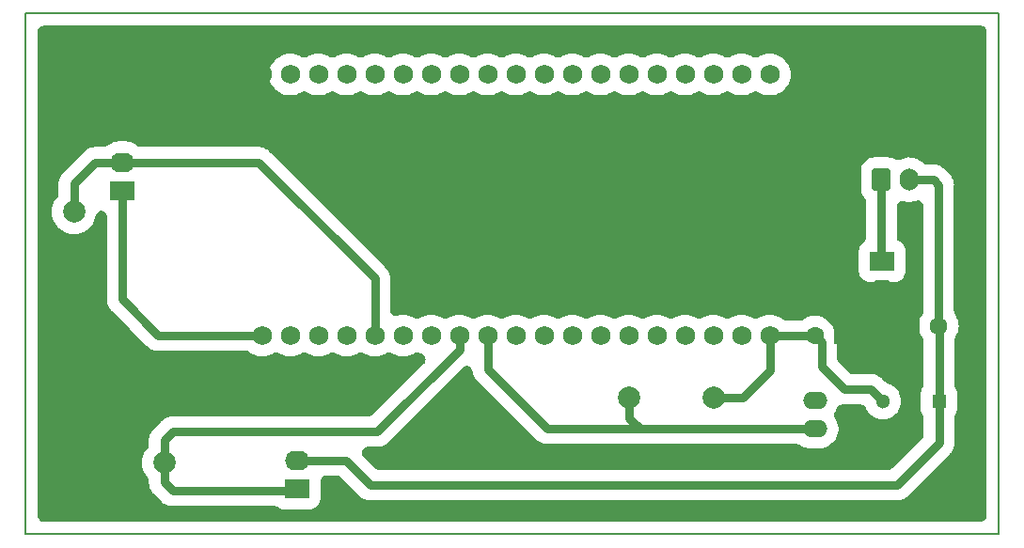
<source format=gbr>
%TF.GenerationSoftware,KiCad,Pcbnew,7.0.9*%
%TF.CreationDate,2023-11-23T08:59:02-03:00*%
%TF.ProjectId,sensor de postura,73656e73-6f72-4206-9465-20706f737475,rev?*%
%TF.SameCoordinates,Original*%
%TF.FileFunction,Copper,L2,Bot*%
%TF.FilePolarity,Positive*%
%FSLAX46Y46*%
G04 Gerber Fmt 4.6, Leading zero omitted, Abs format (unit mm)*
G04 Created by KiCad (PCBNEW 7.0.9) date 2023-11-23 08:59:02*
%MOMM*%
%LPD*%
G01*
G04 APERTURE LIST*
G04 Aperture macros list*
%AMRoundRect*
0 Rectangle with rounded corners*
0 $1 Rounding radius*
0 $2 $3 $4 $5 $6 $7 $8 $9 X,Y pos of 4 corners*
0 Add a 4 corners polygon primitive as box body*
4,1,4,$2,$3,$4,$5,$6,$7,$8,$9,$2,$3,0*
0 Add four circle primitives for the rounded corners*
1,1,$1+$1,$2,$3*
1,1,$1+$1,$4,$5*
1,1,$1+$1,$6,$7*
1,1,$1+$1,$8,$9*
0 Add four rect primitives between the rounded corners*
20,1,$1+$1,$2,$3,$4,$5,0*
20,1,$1+$1,$4,$5,$6,$7,0*
20,1,$1+$1,$6,$7,$8,$9,0*
20,1,$1+$1,$8,$9,$2,$3,0*%
G04 Aperture macros list end*
%TA.AperFunction,NonConductor*%
%ADD10C,0.200000*%
%TD*%
%TA.AperFunction,ComponentPad*%
%ADD11R,2.199640X1.750000*%
%TD*%
%TA.AperFunction,ComponentPad*%
%ADD12O,2.199640X1.750000*%
%TD*%
%TA.AperFunction,ComponentPad*%
%ADD13R,1.300000X1.300000*%
%TD*%
%TA.AperFunction,ComponentPad*%
%ADD14C,1.300000*%
%TD*%
%TA.AperFunction,ComponentPad*%
%ADD15C,1.998980*%
%TD*%
%TA.AperFunction,ComponentPad*%
%ADD16RoundRect,0.250000X-0.600000X-0.750000X0.600000X-0.750000X0.600000X0.750000X-0.600000X0.750000X0*%
%TD*%
%TA.AperFunction,ComponentPad*%
%ADD17O,1.700000X2.000000*%
%TD*%
%TA.AperFunction,ComponentPad*%
%ADD18R,2.199640X1.524000*%
%TD*%
%TA.AperFunction,ComponentPad*%
%ADD19O,2.199640X1.524000*%
%TD*%
%TA.AperFunction,ComponentPad*%
%ADD20R,1.600000X1.600000*%
%TD*%
%TA.AperFunction,ComponentPad*%
%ADD21C,1.600000*%
%TD*%
%TA.AperFunction,ComponentPad*%
%ADD22C,1.750000*%
%TD*%
%TA.AperFunction,Conductor*%
%ADD23C,0.750000*%
%TD*%
%TA.AperFunction,Conductor*%
%ADD24C,0.250000*%
%TD*%
G04 APERTURE END LIST*
D10*
X55831000Y-33213000D02*
X143490000Y-33213000D01*
X143490000Y-80071000D01*
X55831000Y-80071000D01*
X55831000Y-33213000D01*
D11*
%TO.P,J4,1,Pin_1*%
%TO.N,Net-(J4-Pin_1)*%
X132969000Y-55499000D03*
D12*
%TO.P,J4,2,Pin_2*%
%TO.N,GND*%
X132969000Y-58039000D03*
%TD*%
D13*
%TO.P,U2,1,IN*%
%TO.N,VCC*%
X138090000Y-68108000D03*
D14*
%TO.P,U2,2,GND*%
%TO.N,GND*%
X135550000Y-68108000D03*
%TO.P,U2,3,OUT*%
%TO.N,/5V*%
X133010000Y-68108000D03*
%TD*%
D11*
%TO.P,J2,1,Pin_1*%
%TO.N,/3V*%
X64540800Y-49142050D03*
D12*
%TO.P,J2,2,Pin_2*%
%TO.N,/incli*%
X64540800Y-46602050D03*
%TD*%
D15*
%TO.P,R1,1*%
%TO.N,GND*%
X60706000Y-73660000D03*
%TO.P,R1,2*%
%TO.N,/vibra*%
X68326000Y-73660000D03*
%TD*%
D16*
%TO.P,SW1,1,1*%
%TO.N,Net-(J4-Pin_1)*%
X132900000Y-48168000D03*
D17*
%TO.P,SW1,2,2*%
%TO.N,VCC*%
X135400000Y-48168000D03*
%TD*%
D11*
%TO.P,J3,1,Pin_1*%
%TO.N,/vibra*%
X80270000Y-75986000D03*
D12*
%TO.P,J3,2,Pin_2*%
%TO.N,VCC*%
X80270000Y-73446000D03*
%TD*%
D15*
%TO.P,R2,1*%
%TO.N,/incli*%
X60198000Y-51054000D03*
%TO.P,R2,2*%
%TO.N,GND*%
X60198000Y-58674000D03*
%TD*%
D18*
%TO.P,J1,1,Pin_1*%
%TO.N,GND*%
X126914000Y-73152000D03*
D19*
%TO.P,J1,2,Pin_2*%
%TO.N,/Temp*%
X126914000Y-70612000D03*
%TO.P,J1,3,Pin_3*%
%TO.N,unconnected-(J1-Pin_3-Pad3)*%
X126914000Y-68072000D03*
%TD*%
D20*
%TO.P,C1,1*%
%TO.N,GND*%
X135550144Y-61341000D03*
D21*
%TO.P,C1,2*%
%TO.N,VCC*%
X138050144Y-61341000D03*
%TD*%
D20*
%TO.P,C2,1*%
%TO.N,GND*%
X129412856Y-62230000D03*
D21*
%TO.P,C2,2*%
%TO.N,/5V*%
X126912856Y-62230000D03*
%TD*%
D15*
%TO.P,R4,1*%
%TO.N,/Temp*%
X110210000Y-67786000D03*
%TO.P,R4,2*%
%TO.N,/5V*%
X117830000Y-67786000D03*
%TD*%
D22*
%TO.P,U1,1,3V3*%
%TO.N,/3V*%
X77120000Y-62200000D03*
%TO.P,U1,2,EN*%
%TO.N,unconnected-(U1-EN-Pad2)*%
X79660000Y-62200000D03*
%TO.P,U1,3,SVP*%
%TO.N,unconnected-(U1-SVP-Pad3)*%
X82200000Y-62200000D03*
%TO.P,U1,4,SVN*%
%TO.N,unconnected-(U1-SVN-Pad4)*%
X84740000Y-62200000D03*
%TO.P,U1,5,IO34*%
%TO.N,/incli*%
X87280000Y-62200000D03*
%TO.P,U1,6,IO35*%
%TO.N,/Temp*%
X89820000Y-62200000D03*
%TO.P,U1,7,IO32*%
%TO.N,unconnected-(U1-IO32-Pad7)*%
X92360000Y-62200000D03*
%TO.P,U1,8,IO33*%
%TO.N,/vibra*%
X94900000Y-62200000D03*
%TO.P,U1,9,IO25*%
%TO.N,unconnected-(U1-IO25-Pad9)*%
X97440000Y-62200000D03*
%TO.P,U1,10,IO26*%
%TO.N,unconnected-(U1-IO26-Pad10)*%
X99980000Y-62200000D03*
%TO.P,U1,11,IO27*%
%TO.N,unconnected-(U1-IO27-Pad11)*%
X102520000Y-62200000D03*
%TO.P,U1,12,IO14*%
%TO.N,unconnected-(U1-IO14-Pad12)*%
X105060000Y-62200000D03*
%TO.P,U1,13,IO12*%
%TO.N,unconnected-(U1-IO12-Pad13)*%
X107600000Y-62200000D03*
%TO.P,U1,14,GND*%
%TO.N,unconnected-(U1-GND-Pad14)*%
X110140000Y-62200000D03*
%TO.P,U1,15,IO13*%
%TO.N,unconnected-(U1-IO13-Pad15)*%
X112680000Y-62200000D03*
%TO.P,U1,16,SD2*%
%TO.N,unconnected-(U1-SD2-Pad16)*%
X115220000Y-62200000D03*
%TO.P,U1,17,SD3*%
%TO.N,unconnected-(U1-SD3-Pad17)*%
X117760000Y-62200000D03*
%TO.P,U1,18,CMD*%
%TO.N,unconnected-(U1-CMD-Pad18)*%
X120300000Y-62200000D03*
%TO.P,U1,19,5V*%
%TO.N,/5V*%
X122840000Y-62200000D03*
%TO.P,U1,20,CLK*%
%TO.N,unconnected-(U1-CLK-Pad20)*%
X122840000Y-38700000D03*
%TO.P,U1,21,SD0*%
%TO.N,unconnected-(U1-SD0-Pad21)*%
X120300000Y-38700000D03*
%TO.P,U1,22,SD1*%
%TO.N,unconnected-(U1-SD1-Pad22)*%
X117760000Y-38700000D03*
%TO.P,U1,23,IO15*%
%TO.N,unconnected-(U1-IO15-Pad23)*%
X115220000Y-38700000D03*
%TO.P,U1,24,IO02*%
%TO.N,unconnected-(U1-IO02-Pad24)*%
X112680000Y-38700000D03*
%TO.P,U1,25,IO0*%
%TO.N,unconnected-(U1-IO0-Pad25)*%
X110140000Y-38700000D03*
%TO.P,U1,26,IO4*%
%TO.N,unconnected-(U1-IO4-Pad26)*%
X107600000Y-38700000D03*
%TO.P,U1,27,IO16*%
%TO.N,unconnected-(U1-IO16-Pad27)*%
X105060000Y-38700000D03*
%TO.P,U1,28,IO17*%
%TO.N,unconnected-(U1-IO17-Pad28)*%
X102520000Y-38700000D03*
%TO.P,U1,29,IO5*%
%TO.N,unconnected-(U1-IO5-Pad29)*%
X99980000Y-38700000D03*
%TO.P,U1,30,IO18*%
%TO.N,unconnected-(U1-IO18-Pad30)*%
X97440000Y-38700000D03*
%TO.P,U1,31,IO19*%
%TO.N,unconnected-(U1-IO19-Pad31)*%
X94900000Y-38700000D03*
%TO.P,U1,32,GND*%
%TO.N,unconnected-(U1-GND-Pad32)*%
X92360000Y-38700000D03*
%TO.P,U1,33,IO21*%
%TO.N,unconnected-(U1-IO21-Pad33)*%
X89820000Y-38700000D03*
%TO.P,U1,34,RXD0*%
%TO.N,unconnected-(U1-RXD0-Pad34)*%
X87280000Y-38700000D03*
%TO.P,U1,35,TXD0*%
%TO.N,unconnected-(U1-TXD0-Pad35)*%
X84740000Y-38700000D03*
%TO.P,U1,36,IO22*%
%TO.N,unconnected-(U1-IO22-Pad36)*%
X82200000Y-38700000D03*
%TO.P,U1,37,IO23*%
%TO.N,unconnected-(U1-IO23-Pad37)*%
X79660000Y-38700000D03*
%TO.P,U1,38,GND*%
%TO.N,GND*%
X77120000Y-38700000D03*
%TD*%
D23*
%TO.N,/5V*%
X127508000Y-62825144D02*
X126912856Y-62230000D01*
X127508000Y-65024000D02*
X127508000Y-62825144D01*
X129540000Y-67056000D02*
X127508000Y-65024000D01*
X122850000Y-65336000D02*
X120400000Y-67786000D01*
X131958000Y-67056000D02*
X129540000Y-67056000D01*
X133010000Y-68108000D02*
X131958000Y-67056000D01*
X122850000Y-62230000D02*
X126912856Y-62230000D01*
X120400000Y-67786000D02*
X117830000Y-67786000D01*
X122850000Y-62230000D02*
X122850000Y-65336000D01*
%TO.N,/Temp*%
X111160000Y-70576000D02*
X110210000Y-69626000D01*
X121322000Y-70612000D02*
X126914000Y-70612000D01*
X110210000Y-69626000D02*
X110210000Y-67786000D01*
X97440000Y-62240000D02*
X97440000Y-65226000D01*
X97450000Y-62230000D02*
X97440000Y-62240000D01*
X121286000Y-70576000D02*
X121322000Y-70612000D01*
X102790000Y-70576000D02*
X121286000Y-70576000D01*
X97440000Y-65226000D02*
X102790000Y-70576000D01*
%TO.N,/vibra*%
X87503000Y-70866000D02*
X69088000Y-70866000D01*
X80270000Y-75986000D02*
X80056000Y-76200000D01*
X68326000Y-71628000D02*
X68326000Y-73660000D01*
X69088000Y-76200000D02*
X68326000Y-75438000D01*
X94900000Y-63469000D02*
X87503000Y-70866000D01*
X80056000Y-76200000D02*
X69088000Y-76200000D01*
X68326000Y-75438000D02*
X68326000Y-73660000D01*
X69088000Y-70866000D02*
X68326000Y-71628000D01*
X94900000Y-62200000D02*
X94900000Y-63469000D01*
%TO.N,Net-(J4-Pin_1)*%
X132900000Y-48168000D02*
X132900000Y-55430000D01*
D24*
X132842000Y-48058000D02*
X132986000Y-47914000D01*
D23*
X132900000Y-55430000D02*
X132969000Y-55499000D01*
%TO.N,/incli*%
X76835000Y-46609000D02*
X87280000Y-57054000D01*
X87280000Y-57054000D02*
X87280000Y-62200000D01*
X64540800Y-46602050D02*
X64547750Y-46609000D01*
X60198000Y-48514000D02*
X60198000Y-51054000D01*
X62109950Y-46602050D02*
X60198000Y-48514000D01*
X64547750Y-46609000D02*
X76835000Y-46609000D01*
X64540800Y-46602050D02*
X62109950Y-46602050D01*
%TO.N,/3V*%
X64540800Y-58952800D02*
X67788000Y-62200000D01*
X64540800Y-49142050D02*
X64540800Y-58952800D01*
X67788000Y-62200000D02*
X77120000Y-62200000D01*
%TO.N,VCC*%
X138090000Y-61380856D02*
X138050144Y-61341000D01*
X138050144Y-61341000D02*
X138050144Y-48642144D01*
X80270000Y-73446000D02*
X84664000Y-73446000D01*
X134280000Y-75692000D02*
X86910000Y-75692000D01*
X137576000Y-48168000D02*
X135400000Y-48168000D01*
X84664000Y-73446000D02*
X86910000Y-75692000D01*
X138050144Y-48642144D02*
X137576000Y-48168000D01*
X138090000Y-68108000D02*
X138090000Y-71882000D01*
X138090000Y-68108000D02*
X138090000Y-61380856D01*
D24*
X80177183Y-73353183D02*
X80270000Y-73446000D01*
D23*
X138090000Y-71882000D02*
X134280000Y-75692000D01*
%TD*%
%TA.AperFunction,Conductor*%
%TO.N,GND*%
G36*
X142031085Y-34333713D02*
G01*
X142160280Y-34392714D01*
X142267619Y-34485724D01*
X142344406Y-34605208D01*
X142384421Y-34741485D01*
X142389500Y-34812500D01*
X142389500Y-78471500D01*
X142369287Y-78612085D01*
X142310286Y-78741280D01*
X142217276Y-78848619D01*
X142097792Y-78925406D01*
X141961515Y-78965421D01*
X141890500Y-78970500D01*
X57430500Y-78970500D01*
X57289915Y-78950287D01*
X57160720Y-78891286D01*
X57053381Y-78798276D01*
X56976594Y-78678792D01*
X56936579Y-78542515D01*
X56931500Y-78471500D01*
X56931500Y-51054000D01*
X58192901Y-51054000D01*
X58210791Y-51304140D01*
X58213311Y-51339363D01*
X58274121Y-51618900D01*
X58274122Y-51618902D01*
X58374098Y-51886948D01*
X58511203Y-52138038D01*
X58682647Y-52367061D01*
X58884939Y-52569353D01*
X59113962Y-52740797D01*
X59365052Y-52877902D01*
X59633098Y-52977878D01*
X59912645Y-53038690D01*
X60198000Y-53059099D01*
X60483355Y-53038690D01*
X60762902Y-52977878D01*
X61030948Y-52877902D01*
X61282038Y-52740797D01*
X61511061Y-52569353D01*
X61713353Y-52367061D01*
X61884797Y-52138038D01*
X62021902Y-51886948D01*
X62121878Y-51618902D01*
X62178704Y-51357680D01*
X62228339Y-51224605D01*
X62313454Y-51110904D01*
X62427155Y-51025789D01*
X62560231Y-50976155D01*
X62701899Y-50966022D01*
X62840683Y-50996213D01*
X62965340Y-51064281D01*
X63065771Y-51164712D01*
X63133838Y-51289369D01*
X63164029Y-51428154D01*
X63165300Y-51463751D01*
X63165300Y-58901037D01*
X63164794Y-58916916D01*
X63160638Y-58982100D01*
X63160638Y-58982109D01*
X63171494Y-59084006D01*
X63180182Y-59186094D01*
X63182663Y-59200560D01*
X63185441Y-59214927D01*
X63213362Y-59313526D01*
X63239185Y-59412696D01*
X63244028Y-59426404D01*
X63244055Y-59426476D01*
X63244088Y-59426569D01*
X63249234Y-59440204D01*
X63249236Y-59440210D01*
X63249238Y-59440214D01*
X63293418Y-59532671D01*
X63335629Y-59626052D01*
X63342750Y-59638799D01*
X63342785Y-59638859D01*
X63342815Y-59638914D01*
X63350186Y-59651473D01*
X63350187Y-59651475D01*
X63350189Y-59651478D01*
X63409366Y-59735150D01*
X63466743Y-59820041D01*
X63466745Y-59820043D01*
X63466747Y-59820046D01*
X63475950Y-59831444D01*
X63485398Y-59842650D01*
X63557855Y-59915107D01*
X63628758Y-59989085D01*
X63648445Y-60006411D01*
X63660018Y-60017269D01*
X65252852Y-61610103D01*
X66778774Y-63136025D01*
X66789647Y-63147613D01*
X66832797Y-63196641D01*
X66912530Y-63261020D01*
X66990869Y-63327070D01*
X67002828Y-63335528D01*
X67014973Y-63343737D01*
X67104444Y-63393718D01*
X67192812Y-63445575D01*
X67206001Y-63451877D01*
X67219372Y-63457921D01*
X67219381Y-63457926D01*
X67316005Y-63492065D01*
X67411874Y-63528245D01*
X67411889Y-63528248D01*
X67425982Y-63532239D01*
X67440145Y-63535927D01*
X67440151Y-63535929D01*
X67541151Y-63553247D01*
X67641753Y-63572704D01*
X67641754Y-63572704D01*
X67641759Y-63572705D01*
X67641763Y-63572705D01*
X67656180Y-63574240D01*
X67656328Y-63574253D01*
X67656451Y-63574266D01*
X67670919Y-63575498D01*
X67670928Y-63575500D01*
X67670937Y-63575500D01*
X67773406Y-63575500D01*
X67875850Y-63577675D01*
X67875850Y-63577674D01*
X67875851Y-63577675D01*
X67902031Y-63576006D01*
X67917913Y-63575500D01*
X75661769Y-63575500D01*
X75802354Y-63595713D01*
X75931549Y-63654714D01*
X75960797Y-63675021D01*
X76103438Y-63781801D01*
X76338895Y-63910371D01*
X76338899Y-63910373D01*
X76338901Y-63910374D01*
X76369327Y-63921722D01*
X76590261Y-64004126D01*
X76852407Y-64061152D01*
X77120000Y-64080291D01*
X77387593Y-64061152D01*
X77649739Y-64004126D01*
X77901101Y-63910373D01*
X78136562Y-63781801D01*
X78136566Y-63781797D01*
X78150852Y-63773997D01*
X78283927Y-63724361D01*
X78425595Y-63714228D01*
X78564379Y-63744418D01*
X78629148Y-63773997D01*
X78643433Y-63781797D01*
X78643438Y-63781801D01*
X78773103Y-63852604D01*
X78878894Y-63910371D01*
X78878901Y-63910374D01*
X78909327Y-63921722D01*
X79130261Y-64004126D01*
X79392407Y-64061152D01*
X79660000Y-64080291D01*
X79927593Y-64061152D01*
X80189739Y-64004126D01*
X80441101Y-63910373D01*
X80676562Y-63781801D01*
X80676566Y-63781797D01*
X80690852Y-63773997D01*
X80823927Y-63724361D01*
X80965595Y-63714228D01*
X81104379Y-63744418D01*
X81169148Y-63773997D01*
X81183433Y-63781797D01*
X81183438Y-63781801D01*
X81313103Y-63852604D01*
X81418894Y-63910371D01*
X81418901Y-63910374D01*
X81449327Y-63921722D01*
X81670261Y-64004126D01*
X81932407Y-64061152D01*
X82200000Y-64080291D01*
X82467593Y-64061152D01*
X82729739Y-64004126D01*
X82981101Y-63910373D01*
X83216562Y-63781801D01*
X83216566Y-63781797D01*
X83230852Y-63773997D01*
X83363927Y-63724361D01*
X83505595Y-63714228D01*
X83644379Y-63744418D01*
X83709148Y-63773997D01*
X83723433Y-63781797D01*
X83723438Y-63781801D01*
X83853103Y-63852604D01*
X83958894Y-63910371D01*
X83958901Y-63910374D01*
X83989327Y-63921722D01*
X84210261Y-64004126D01*
X84472407Y-64061152D01*
X84740000Y-64080291D01*
X85007593Y-64061152D01*
X85269739Y-64004126D01*
X85521101Y-63910373D01*
X85756562Y-63781801D01*
X85756566Y-63781797D01*
X85770852Y-63773997D01*
X85903927Y-63724361D01*
X86045595Y-63714228D01*
X86184379Y-63744418D01*
X86249148Y-63773997D01*
X86263433Y-63781797D01*
X86263438Y-63781801D01*
X86393103Y-63852604D01*
X86498894Y-63910371D01*
X86498901Y-63910374D01*
X86529327Y-63921722D01*
X86750261Y-64004126D01*
X87012407Y-64061152D01*
X87280000Y-64080291D01*
X87547593Y-64061152D01*
X87809739Y-64004126D01*
X88061101Y-63910373D01*
X88296562Y-63781801D01*
X88296566Y-63781797D01*
X88310852Y-63773997D01*
X88443927Y-63724361D01*
X88585595Y-63714228D01*
X88724379Y-63744418D01*
X88789148Y-63773997D01*
X88803433Y-63781797D01*
X88803438Y-63781801D01*
X88933103Y-63852604D01*
X89038894Y-63910371D01*
X89038901Y-63910374D01*
X89069327Y-63921722D01*
X89290261Y-64004126D01*
X89552407Y-64061152D01*
X89820000Y-64080291D01*
X90087593Y-64061152D01*
X90349739Y-64004126D01*
X90601101Y-63910373D01*
X90836562Y-63781801D01*
X90836566Y-63781797D01*
X90850852Y-63773997D01*
X90983927Y-63724361D01*
X91125595Y-63714228D01*
X91264379Y-63744418D01*
X91329148Y-63773997D01*
X91343433Y-63781797D01*
X91343438Y-63781801D01*
X91488210Y-63860853D01*
X91594543Y-63918916D01*
X91593010Y-63921722D01*
X91686103Y-63981536D01*
X91779124Y-64088866D01*
X91838138Y-64218055D01*
X91858366Y-64358638D01*
X91838167Y-64499224D01*
X91779179Y-64628425D01*
X91712212Y-64711535D01*
X87079403Y-69344346D01*
X86965702Y-69429462D01*
X86832627Y-69479096D01*
X86726557Y-69490500D01*
X69139748Y-69490500D01*
X69123877Y-69489994D01*
X69080002Y-69487196D01*
X69058702Y-69485838D01*
X69058690Y-69485838D01*
X68956793Y-69496694D01*
X68854694Y-69505384D01*
X68840265Y-69507857D01*
X68825877Y-69510640D01*
X68781595Y-69523179D01*
X68727259Y-69538566D01*
X68670929Y-69553233D01*
X68628104Y-69564384D01*
X68614281Y-69569267D01*
X68600584Y-69574438D01*
X68582344Y-69583154D01*
X68508116Y-69618623D01*
X68498219Y-69623097D01*
X68414749Y-69660827D01*
X68401937Y-69667984D01*
X68389323Y-69675387D01*
X68305650Y-69734565D01*
X68220756Y-69791944D01*
X68209338Y-69801163D01*
X68198154Y-69810592D01*
X68125692Y-69883055D01*
X68051717Y-69953954D01*
X68034374Y-69973659D01*
X68023508Y-69985240D01*
X67389970Y-70618777D01*
X67378385Y-70629648D01*
X67329361Y-70672795D01*
X67264986Y-70752520D01*
X67198930Y-70830867D01*
X67190454Y-70842850D01*
X67182266Y-70854966D01*
X67132301Y-70944408D01*
X67080425Y-71032808D01*
X67074121Y-71046001D01*
X67068077Y-71059373D01*
X67033940Y-71155986D01*
X66997750Y-71251887D01*
X66993769Y-71265943D01*
X66990070Y-71280149D01*
X66972752Y-71381151D01*
X66953294Y-71481758D01*
X66951741Y-71496333D01*
X66950500Y-71510928D01*
X66950500Y-71613405D01*
X66948325Y-71715848D01*
X66949994Y-71742012D01*
X66950500Y-71757899D01*
X66950500Y-72000394D01*
X66930287Y-72140979D01*
X66871286Y-72270174D01*
X66821115Y-72332430D01*
X66822317Y-72333471D01*
X66810652Y-72346932D01*
X66639207Y-72575956D01*
X66639202Y-72575963D01*
X66502097Y-72827053D01*
X66402121Y-73095099D01*
X66341311Y-73374636D01*
X66341310Y-73374642D01*
X66341310Y-73374645D01*
X66320901Y-73660000D01*
X66330025Y-73787577D01*
X66341311Y-73945363D01*
X66402121Y-74224900D01*
X66402122Y-74224902D01*
X66502098Y-74492948D01*
X66639203Y-74744038D01*
X66810647Y-74973061D01*
X66810649Y-74973063D01*
X66810652Y-74973067D01*
X66822317Y-74986529D01*
X66820393Y-74988196D01*
X66889462Y-75080461D01*
X66939096Y-75213536D01*
X66950500Y-75319606D01*
X66950500Y-75386237D01*
X66949994Y-75402116D01*
X66945838Y-75467300D01*
X66945838Y-75467309D01*
X66956694Y-75569206D01*
X66965382Y-75671294D01*
X66967863Y-75685760D01*
X66970641Y-75700127D01*
X66998562Y-75798726D01*
X67024385Y-75897896D01*
X67029228Y-75911604D01*
X67029255Y-75911676D01*
X67029288Y-75911769D01*
X67034434Y-75925404D01*
X67034436Y-75925410D01*
X67034438Y-75925414D01*
X67078618Y-76017871D01*
X67120829Y-76111252D01*
X67127950Y-76123999D01*
X67127985Y-76124059D01*
X67128015Y-76124114D01*
X67135386Y-76136673D01*
X67135387Y-76136675D01*
X67135389Y-76136678D01*
X67194566Y-76220350D01*
X67251943Y-76305241D01*
X67251945Y-76305243D01*
X67251947Y-76305246D01*
X67261150Y-76316644D01*
X67270598Y-76327850D01*
X67343053Y-76400305D01*
X67380042Y-76438897D01*
X67413956Y-76474283D01*
X67413963Y-76474288D01*
X67433637Y-76491604D01*
X67445226Y-76502478D01*
X68078774Y-77136025D01*
X68089647Y-77147613D01*
X68132796Y-77196641D01*
X68132799Y-77196643D01*
X68212533Y-77261023D01*
X68290868Y-77327070D01*
X68290872Y-77327072D01*
X68290874Y-77327074D01*
X68302781Y-77335496D01*
X68302838Y-77335535D01*
X68314964Y-77343731D01*
X68314967Y-77343732D01*
X68314970Y-77343735D01*
X68368177Y-77373458D01*
X68404410Y-77393699D01*
X68492802Y-77445570D01*
X68492809Y-77445574D01*
X68492815Y-77445576D01*
X68505966Y-77451860D01*
X68506011Y-77451881D01*
X68506037Y-77451893D01*
X68519378Y-77457924D01*
X68519381Y-77457926D01*
X68519383Y-77457926D01*
X68519386Y-77457928D01*
X68615996Y-77492062D01*
X68711875Y-77528245D01*
X68711881Y-77528246D01*
X68725985Y-77532239D01*
X68740136Y-77535924D01*
X68740151Y-77535929D01*
X68841155Y-77553248D01*
X68878988Y-77560565D01*
X68941747Y-77572703D01*
X68941750Y-77572703D01*
X68941759Y-77572705D01*
X68941767Y-77572705D01*
X68956319Y-77574254D01*
X68956333Y-77574256D01*
X68956356Y-77574258D01*
X68970921Y-77575498D01*
X68970928Y-77575500D01*
X68970935Y-77575500D01*
X69073406Y-77575500D01*
X69175850Y-77577675D01*
X69175850Y-77577674D01*
X69175851Y-77577675D01*
X69202031Y-77576006D01*
X69217913Y-77575500D01*
X78285576Y-77575500D01*
X78426161Y-77595713D01*
X78555356Y-77654714D01*
X78600912Y-77687765D01*
X78616773Y-77700698D01*
X78797131Y-77794909D01*
X78992762Y-77850886D01*
X79112143Y-77861500D01*
X79112144Y-77861499D01*
X79112145Y-77861500D01*
X79112146Y-77861500D01*
X79980535Y-77861499D01*
X81427856Y-77861499D01*
X81547238Y-77850886D01*
X81742869Y-77794909D01*
X81923227Y-77700698D01*
X82076770Y-77575500D01*
X82080928Y-77572110D01*
X82080930Y-77572108D01*
X82179874Y-77450762D01*
X82209518Y-77414407D01*
X82303729Y-77234049D01*
X82359706Y-77038418D01*
X82370320Y-76919037D01*
X82370319Y-75320499D01*
X82390532Y-75179916D01*
X82449533Y-75050720D01*
X82542543Y-74943381D01*
X82662027Y-74866594D01*
X82798304Y-74826579D01*
X82869319Y-74821500D01*
X83887557Y-74821500D01*
X84028142Y-74841713D01*
X84157337Y-74900714D01*
X84240403Y-74967654D01*
X85900766Y-76628016D01*
X85911639Y-76639604D01*
X85954797Y-76688641D01*
X86034533Y-76753023D01*
X86112868Y-76819070D01*
X86112871Y-76819072D01*
X86112875Y-76819075D01*
X86124781Y-76827496D01*
X86124838Y-76827535D01*
X86136964Y-76835731D01*
X86136967Y-76835732D01*
X86136970Y-76835735D01*
X86190177Y-76865458D01*
X86226410Y-76885699D01*
X86314802Y-76937570D01*
X86314809Y-76937574D01*
X86314815Y-76937576D01*
X86327966Y-76943860D01*
X86328011Y-76943881D01*
X86328037Y-76943893D01*
X86341378Y-76949924D01*
X86341381Y-76949926D01*
X86341383Y-76949926D01*
X86341386Y-76949928D01*
X86436575Y-76983560D01*
X86437996Y-76984062D01*
X86533875Y-77020245D01*
X86533881Y-77020246D01*
X86547985Y-77024239D01*
X86562136Y-77027924D01*
X86562151Y-77027929D01*
X86663155Y-77045248D01*
X86688512Y-77050152D01*
X86763747Y-77064703D01*
X86763750Y-77064703D01*
X86763759Y-77064705D01*
X86763767Y-77064705D01*
X86778319Y-77066254D01*
X86778333Y-77066256D01*
X86778356Y-77066258D01*
X86792921Y-77067498D01*
X86792928Y-77067500D01*
X86792935Y-77067500D01*
X86895406Y-77067500D01*
X86997850Y-77069675D01*
X86997850Y-77069674D01*
X86997851Y-77069675D01*
X87024031Y-77068006D01*
X87039913Y-77067500D01*
X134228251Y-77067500D01*
X134244121Y-77068005D01*
X134282541Y-77070455D01*
X134309296Y-77072162D01*
X134309297Y-77072161D01*
X134309301Y-77072162D01*
X134411206Y-77061305D01*
X134513301Y-77052616D01*
X134513306Y-77052614D01*
X134527665Y-77050152D01*
X134527736Y-77050139D01*
X134527802Y-77050127D01*
X134542113Y-77047359D01*
X134542128Y-77047358D01*
X134640726Y-77019437D01*
X134739890Y-76993617D01*
X134739895Y-76993614D01*
X134753580Y-76988779D01*
X134753690Y-76988738D01*
X134753788Y-76988703D01*
X134767404Y-76983564D01*
X134767414Y-76983562D01*
X134817565Y-76959596D01*
X134859872Y-76939381D01*
X134919141Y-76912589D01*
X134953250Y-76897172D01*
X134953256Y-76897167D01*
X134965921Y-76890093D01*
X134966015Y-76890038D01*
X134966112Y-76889983D01*
X134978662Y-76882618D01*
X134978678Y-76882611D01*
X135022203Y-76851827D01*
X135062348Y-76823435D01*
X135094650Y-76801601D01*
X135147241Y-76766057D01*
X135147253Y-76766045D01*
X135158632Y-76756856D01*
X135158676Y-76756820D01*
X135158732Y-76756774D01*
X135169831Y-76747416D01*
X135169843Y-76747408D01*
X135206076Y-76711174D01*
X135242307Y-76674944D01*
X135285593Y-76633457D01*
X135316283Y-76604044D01*
X135316292Y-76604031D01*
X135333606Y-76584358D01*
X135344454Y-76572795D01*
X139026045Y-72891203D01*
X139037586Y-72880375D01*
X139086641Y-72837203D01*
X139094837Y-72827053D01*
X139151023Y-72757466D01*
X139217070Y-72679132D01*
X139217083Y-72679109D01*
X139225557Y-72667129D01*
X139233726Y-72655040D01*
X139233735Y-72655030D01*
X139283698Y-72565590D01*
X139335574Y-72477191D01*
X139335578Y-72477179D01*
X139341832Y-72464091D01*
X139341879Y-72463988D01*
X139341927Y-72463887D01*
X139347914Y-72450640D01*
X139347926Y-72450619D01*
X139382062Y-72354003D01*
X139418245Y-72258125D01*
X139418247Y-72258110D01*
X139422163Y-72244286D01*
X139422234Y-72244014D01*
X139422298Y-72243788D01*
X139425924Y-72229863D01*
X139425929Y-72229849D01*
X139443248Y-72128844D01*
X139462705Y-72028241D01*
X139462705Y-72028233D01*
X139464255Y-72013678D01*
X139465500Y-71999067D01*
X139465500Y-71896595D01*
X139465538Y-71894800D01*
X139467675Y-71794150D01*
X139467674Y-71794141D01*
X139466006Y-71767966D01*
X139465500Y-71752089D01*
X139465500Y-69629114D01*
X139485713Y-69488529D01*
X139544714Y-69359334D01*
X139577773Y-69313768D01*
X139578027Y-69313455D01*
X139579698Y-69311407D01*
X139673909Y-69131049D01*
X139729886Y-68935418D01*
X139740500Y-68816037D01*
X139740499Y-67399964D01*
X139729886Y-67280582D01*
X139673909Y-67084951D01*
X139579698Y-66904593D01*
X139577765Y-66902222D01*
X139573918Y-66895823D01*
X139565771Y-66883461D01*
X139566283Y-66883123D01*
X139504591Y-66780495D01*
X139468674Y-66643081D01*
X139465500Y-66586886D01*
X139465500Y-62624168D01*
X139485713Y-62483583D01*
X139535004Y-62375648D01*
X139532623Y-62374273D01*
X139661608Y-62150862D01*
X139676887Y-62124398D01*
X139775478Y-61873195D01*
X139835527Y-61610103D01*
X139855693Y-61341000D01*
X139835527Y-61071897D01*
X139775478Y-60808805D01*
X139750548Y-60745286D01*
X139676888Y-60557604D01*
X139676887Y-60557602D01*
X139541963Y-60323905D01*
X139541959Y-60323898D01*
X139541952Y-60323889D01*
X139534511Y-60314558D01*
X139462661Y-60192042D01*
X139428238Y-60054247D01*
X139425644Y-60003436D01*
X139425644Y-48693891D01*
X139426149Y-48678023D01*
X139430306Y-48612843D01*
X139419449Y-48510937D01*
X139410760Y-48408843D01*
X139410757Y-48408833D01*
X139408272Y-48394340D01*
X139405503Y-48380020D01*
X139377581Y-48281417D01*
X139351762Y-48182258D01*
X139346922Y-48168562D01*
X139346869Y-48168421D01*
X139346822Y-48168290D01*
X139341708Y-48154739D01*
X139341706Y-48154730D01*
X139297525Y-48062272D01*
X139255316Y-47968894D01*
X139255315Y-47968892D01*
X139248221Y-47956194D01*
X139248178Y-47956120D01*
X139248137Y-47956047D01*
X139240752Y-47943460D01*
X139181578Y-47859795D01*
X139181577Y-47859793D01*
X139124201Y-47774903D01*
X139124193Y-47774895D01*
X139114970Y-47763472D01*
X139105547Y-47752295D01*
X139033088Y-47679836D01*
X138962190Y-47605862D01*
X138942490Y-47588524D01*
X138930919Y-47577668D01*
X138585208Y-47231957D01*
X138574351Y-47220385D01*
X138531203Y-47171359D01*
X138451480Y-47106987D01*
X138373134Y-47040931D01*
X138361213Y-47032500D01*
X138349024Y-47024261D01*
X138259590Y-46974301D01*
X138171185Y-46922422D01*
X138158019Y-46916131D01*
X138144615Y-46910072D01*
X138048011Y-46875939D01*
X137952120Y-46839752D01*
X137938079Y-46835777D01*
X137938060Y-46835772D01*
X137938011Y-46835758D01*
X137923857Y-46832072D01*
X137854729Y-46820218D01*
X137822848Y-46814752D01*
X137797696Y-46809887D01*
X137722244Y-46795295D01*
X137707597Y-46793735D01*
X137693079Y-46792500D01*
X137693072Y-46792500D01*
X137590594Y-46792500D01*
X137588370Y-46792452D01*
X137488148Y-46790324D01*
X137461969Y-46791994D01*
X137446087Y-46792500D01*
X136996409Y-46792500D01*
X136855824Y-46772287D01*
X136726629Y-46713286D01*
X136650071Y-46652736D01*
X136586881Y-46591814D01*
X136366579Y-46434201D01*
X136125675Y-46310344D01*
X136125671Y-46310342D01*
X136125670Y-46310342D01*
X135869309Y-46222883D01*
X135869306Y-46222882D01*
X135869305Y-46222882D01*
X135602933Y-46173681D01*
X135602926Y-46173680D01*
X135332238Y-46163788D01*
X135332237Y-46163788D01*
X135332235Y-46163788D01*
X135062982Y-46193414D01*
X135062980Y-46193414D01*
X135062975Y-46193415D01*
X134800923Y-46261924D01*
X134800914Y-46261927D01*
X134800912Y-46261928D01*
X134573757Y-46358458D01*
X134436467Y-46394838D01*
X134294487Y-46391065D01*
X134159321Y-46347445D01*
X134132333Y-46333204D01*
X134119634Y-46325999D01*
X134119626Y-46325993D01*
X133914683Y-46232904D01*
X133696412Y-46177904D01*
X133600176Y-46170330D01*
X133564221Y-46167500D01*
X133564217Y-46167500D01*
X132805112Y-46167500D01*
X132235781Y-46167501D01*
X132103593Y-46177903D01*
X132103588Y-46177904D01*
X131885316Y-46232904D01*
X131680375Y-46325991D01*
X131495347Y-46454179D01*
X131495338Y-46454187D01*
X131336187Y-46613338D01*
X131336179Y-46613347D01*
X131207991Y-46798375D01*
X131120110Y-46991854D01*
X131114904Y-47003317D01*
X131059904Y-47221588D01*
X131059087Y-47231974D01*
X131049500Y-47353778D01*
X131049501Y-48982219D01*
X131059903Y-49114406D01*
X131059904Y-49114411D01*
X131114904Y-49332683D01*
X131207991Y-49537624D01*
X131336179Y-49722652D01*
X131336187Y-49722661D01*
X131378346Y-49764820D01*
X131463462Y-49878521D01*
X131513096Y-50011596D01*
X131524500Y-50117666D01*
X131524500Y-53377983D01*
X131504287Y-53518568D01*
X131445286Y-53647763D01*
X131352276Y-53755102D01*
X131335177Y-53768055D01*
X131335385Y-53768310D01*
X131158071Y-53912889D01*
X131158069Y-53912891D01*
X131029484Y-54070589D01*
X131029482Y-54070592D01*
X130935275Y-54250942D01*
X130935271Y-54250951D01*
X130879294Y-54446582D01*
X130868680Y-54565963D01*
X130868681Y-56432036D01*
X130879294Y-56551418D01*
X130891510Y-56594110D01*
X130935270Y-56747046D01*
X130935275Y-56747057D01*
X131029482Y-56927407D01*
X131029484Y-56927410D01*
X131158069Y-57085108D01*
X131158071Y-57085110D01*
X131315769Y-57213695D01*
X131315773Y-57213698D01*
X131496131Y-57307909D01*
X131691762Y-57363886D01*
X131811143Y-57374500D01*
X131811144Y-57374499D01*
X131811145Y-57374500D01*
X131811146Y-57374500D01*
X132679535Y-57374499D01*
X134126856Y-57374499D01*
X134246238Y-57363886D01*
X134441869Y-57307909D01*
X134622227Y-57213698D01*
X134779929Y-57085109D01*
X134908518Y-56927407D01*
X135002729Y-56747049D01*
X135058706Y-56551418D01*
X135069320Y-56432037D01*
X135069319Y-54565964D01*
X135058706Y-54446582D01*
X135002729Y-54250951D01*
X134908518Y-54070593D01*
X134908515Y-54070589D01*
X134779930Y-53912891D01*
X134779928Y-53912889D01*
X134622230Y-53784304D01*
X134622228Y-53784303D01*
X134622227Y-53784302D01*
X134543463Y-53743159D01*
X134428213Y-53660152D01*
X134341018Y-53548038D01*
X134288940Y-53415900D01*
X134275500Y-53300866D01*
X134275500Y-50587071D01*
X134295713Y-50446486D01*
X134354714Y-50317291D01*
X134447724Y-50209952D01*
X134567208Y-50133165D01*
X134703485Y-50093150D01*
X134845515Y-50093150D01*
X134912829Y-50109323D01*
X134913044Y-50108504D01*
X134930684Y-50113115D01*
X134930688Y-50113115D01*
X134930695Y-50113118D01*
X135197067Y-50162319D01*
X135467765Y-50172212D01*
X135737018Y-50142586D01*
X135999088Y-50074072D01*
X135999105Y-50074064D01*
X136014518Y-50068807D01*
X136154099Y-50042543D01*
X136295425Y-50056668D01*
X136427047Y-50110036D01*
X136538302Y-50198325D01*
X136620177Y-50314381D01*
X136666038Y-50448803D01*
X136674644Y-50541078D01*
X136674644Y-60003436D01*
X136654431Y-60144021D01*
X136595430Y-60273216D01*
X136565777Y-60314558D01*
X136558335Y-60323889D01*
X136558324Y-60323905D01*
X136423400Y-60557602D01*
X136423399Y-60557604D01*
X136324811Y-60808799D01*
X136314380Y-60854500D01*
X136264761Y-61071897D01*
X136244595Y-61341000D01*
X136264761Y-61610103D01*
X136264762Y-61610107D01*
X136324811Y-61873200D01*
X136423399Y-62124395D01*
X136423400Y-62124397D01*
X136558324Y-62358094D01*
X136558329Y-62358102D01*
X136605633Y-62417419D01*
X136677483Y-62539933D01*
X136711906Y-62677728D01*
X136714500Y-62728541D01*
X136714500Y-66586886D01*
X136694287Y-66727471D01*
X136635286Y-66856666D01*
X136602234Y-66902224D01*
X136600301Y-66904594D01*
X136506095Y-67084942D01*
X136506090Y-67084953D01*
X136476525Y-67188278D01*
X136450114Y-67280582D01*
X136439500Y-67399963D01*
X136439501Y-68816036D01*
X136450114Y-68935418D01*
X136461901Y-68976611D01*
X136506090Y-69131046D01*
X136506093Y-69131054D01*
X136600302Y-69311407D01*
X136602227Y-69313768D01*
X136606066Y-69320153D01*
X136614229Y-69332540D01*
X136613715Y-69332878D01*
X136675405Y-69435495D01*
X136711324Y-69572908D01*
X136714500Y-69629114D01*
X136714500Y-71105557D01*
X136694287Y-71246142D01*
X136635286Y-71375337D01*
X136568346Y-71458403D01*
X133856403Y-74170346D01*
X133742702Y-74255462D01*
X133609627Y-74305096D01*
X133503557Y-74316500D01*
X87686443Y-74316500D01*
X87545858Y-74296287D01*
X87416663Y-74237286D01*
X87333597Y-74170346D01*
X86256597Y-73093346D01*
X86171481Y-72979645D01*
X86121847Y-72846570D01*
X86111714Y-72704902D01*
X86141905Y-72566117D01*
X86209973Y-72441460D01*
X86310403Y-72341030D01*
X86435060Y-72272962D01*
X86573845Y-72242771D01*
X86609443Y-72241500D01*
X87451251Y-72241500D01*
X87467121Y-72242005D01*
X87502883Y-72244286D01*
X87532296Y-72246162D01*
X87532297Y-72246161D01*
X87532301Y-72246162D01*
X87634206Y-72235305D01*
X87736301Y-72226616D01*
X87736306Y-72226614D01*
X87750665Y-72224152D01*
X87750736Y-72224139D01*
X87750802Y-72224127D01*
X87765113Y-72221359D01*
X87765128Y-72221358D01*
X87863726Y-72193437D01*
X87962890Y-72167617D01*
X87962895Y-72167614D01*
X87976580Y-72162779D01*
X87976690Y-72162738D01*
X87976788Y-72162703D01*
X87990404Y-72157564D01*
X87990414Y-72157562D01*
X88050512Y-72128844D01*
X88082872Y-72113381D01*
X88173690Y-72072329D01*
X88176250Y-72071172D01*
X88176256Y-72071167D01*
X88188921Y-72064093D01*
X88189015Y-72064038D01*
X88189112Y-72063983D01*
X88201662Y-72056618D01*
X88201678Y-72056611D01*
X88262558Y-72013553D01*
X88285348Y-71997435D01*
X88317650Y-71975601D01*
X88370241Y-71940057D01*
X88370253Y-71940045D01*
X88381632Y-71930856D01*
X88381676Y-71930820D01*
X88381732Y-71930774D01*
X88392831Y-71921416D01*
X88392843Y-71921408D01*
X88429076Y-71885174D01*
X88465307Y-71848944D01*
X88522487Y-71794141D01*
X88539283Y-71778044D01*
X88539292Y-71778031D01*
X88556606Y-71758358D01*
X88567454Y-71746795D01*
X95224330Y-65089918D01*
X95338027Y-65004806D01*
X95471102Y-64955172D01*
X95612770Y-64945039D01*
X95751555Y-64975230D01*
X95876212Y-65043298D01*
X95976642Y-65143728D01*
X96044710Y-65268385D01*
X96074374Y-65400447D01*
X96079383Y-65459295D01*
X96081863Y-65473760D01*
X96084641Y-65488127D01*
X96111464Y-65582848D01*
X96112562Y-65586726D01*
X96137707Y-65683295D01*
X96138385Y-65685896D01*
X96143228Y-65699604D01*
X96143255Y-65699676D01*
X96143288Y-65699769D01*
X96148434Y-65713404D01*
X96148436Y-65713410D01*
X96148438Y-65713414D01*
X96155291Y-65727755D01*
X96192618Y-65805871D01*
X96234829Y-65899252D01*
X96241950Y-65911999D01*
X96241985Y-65912059D01*
X96242015Y-65912114D01*
X96249386Y-65924673D01*
X96249387Y-65924675D01*
X96249389Y-65924678D01*
X96308566Y-66008350D01*
X96365943Y-66093241D01*
X96365945Y-66093243D01*
X96365947Y-66093246D01*
X96375150Y-66104644D01*
X96384598Y-66115850D01*
X96457055Y-66188307D01*
X96527958Y-66262285D01*
X96547645Y-66279611D01*
X96559218Y-66290469D01*
X99177541Y-68908792D01*
X101780774Y-71512025D01*
X101791647Y-71523613D01*
X101834797Y-71572641D01*
X101914517Y-71637010D01*
X101992868Y-71703070D01*
X101992870Y-71703071D01*
X102004829Y-71711529D01*
X102016964Y-71719731D01*
X102016967Y-71719732D01*
X102016970Y-71719735D01*
X102056848Y-71742012D01*
X102106410Y-71769699D01*
X102194802Y-71821570D01*
X102194809Y-71821574D01*
X102194815Y-71821576D01*
X102207966Y-71827860D01*
X102208011Y-71827881D01*
X102208037Y-71827893D01*
X102221378Y-71833924D01*
X102221381Y-71833926D01*
X102221383Y-71833926D01*
X102221386Y-71833928D01*
X102263886Y-71848944D01*
X102317996Y-71868062D01*
X102413875Y-71904245D01*
X102413881Y-71904246D01*
X102427985Y-71908239D01*
X102442136Y-71911924D01*
X102442151Y-71911929D01*
X102543155Y-71929248D01*
X102580988Y-71936565D01*
X102643747Y-71948703D01*
X102643750Y-71948703D01*
X102643759Y-71948705D01*
X102643767Y-71948705D01*
X102658319Y-71950254D01*
X102658333Y-71950256D01*
X102658356Y-71950258D01*
X102672921Y-71951498D01*
X102672928Y-71951500D01*
X102775380Y-71951500D01*
X102877845Y-71953676D01*
X102877846Y-71953675D01*
X102877851Y-71953676D01*
X102877855Y-71953675D01*
X102904050Y-71952006D01*
X102919931Y-71951500D01*
X111145406Y-71951500D01*
X111247850Y-71953675D01*
X111247850Y-71953674D01*
X111247851Y-71953675D01*
X111274031Y-71952006D01*
X111289913Y-71951500D01*
X120952507Y-71951500D01*
X121036837Y-71958677D01*
X121075155Y-71965248D01*
X121112988Y-71972565D01*
X121175747Y-71984703D01*
X121175750Y-71984703D01*
X121175759Y-71984705D01*
X121175767Y-71984705D01*
X121190319Y-71986254D01*
X121190333Y-71986256D01*
X121190356Y-71986258D01*
X121204921Y-71987498D01*
X121204928Y-71987500D01*
X121204935Y-71987500D01*
X121307406Y-71987500D01*
X121409850Y-71989675D01*
X121409850Y-71989674D01*
X121409851Y-71989675D01*
X121436031Y-71988006D01*
X121451913Y-71987500D01*
X125302202Y-71987500D01*
X125442787Y-72007713D01*
X125564261Y-72063188D01*
X125564374Y-72062993D01*
X125566417Y-72064172D01*
X125571982Y-72066714D01*
X125579907Y-72071961D01*
X125580541Y-72072327D01*
X125580544Y-72072329D01*
X125790310Y-72193437D01*
X125809318Y-72204411D01*
X125946178Y-72258125D01*
X126055217Y-72300920D01*
X126312756Y-72359701D01*
X126510234Y-72374500D01*
X126510236Y-72374500D01*
X127317764Y-72374500D01*
X127317766Y-72374500D01*
X127515244Y-72359701D01*
X127772783Y-72300920D01*
X128018684Y-72204410D01*
X128247456Y-72072329D01*
X128453986Y-71907627D01*
X128633662Y-71713982D01*
X128782470Y-71495721D01*
X128897085Y-71257719D01*
X128974949Y-71005293D01*
X129014320Y-70744081D01*
X129014320Y-70479919D01*
X128974949Y-70218707D01*
X128897085Y-69966281D01*
X128782470Y-69728279D01*
X128710757Y-69623096D01*
X128648265Y-69495554D01*
X128624236Y-69355572D01*
X128640618Y-69214489D01*
X128696083Y-69083737D01*
X128710758Y-69060903D01*
X128782470Y-68955721D01*
X128897085Y-68717719D01*
X128897087Y-68717711D01*
X128901075Y-68709431D01*
X128980283Y-68591538D01*
X129089497Y-68500736D01*
X129219868Y-68444382D01*
X129360836Y-68427040D01*
X129392218Y-68429027D01*
X129396567Y-68429254D01*
X129398814Y-68429445D01*
X129403513Y-68429743D01*
X129408202Y-68430242D01*
X129408328Y-68430253D01*
X129408451Y-68430266D01*
X129422919Y-68431498D01*
X129422928Y-68431500D01*
X129422937Y-68431500D01*
X129525406Y-68431500D01*
X129627850Y-68433675D01*
X129627850Y-68433674D01*
X129627851Y-68433675D01*
X129654031Y-68432006D01*
X129669913Y-68431500D01*
X131024089Y-68431500D01*
X131164674Y-68451713D01*
X131293869Y-68510714D01*
X131401208Y-68603724D01*
X131477995Y-68723208D01*
X131485105Y-68739542D01*
X131534844Y-68859625D01*
X131534849Y-68859634D01*
X131668395Y-69077562D01*
X131670588Y-69081140D01*
X131839311Y-69278689D01*
X132036860Y-69447412D01*
X132036865Y-69447415D01*
X132244148Y-69574438D01*
X132258372Y-69583154D01*
X132258377Y-69583156D01*
X132498382Y-69682570D01*
X132498385Y-69682571D01*
X132498390Y-69682573D01*
X132751006Y-69743221D01*
X133010000Y-69763604D01*
X133268994Y-69743221D01*
X133521610Y-69682573D01*
X133761628Y-69583154D01*
X133983140Y-69447412D01*
X134180689Y-69278689D01*
X134349412Y-69081140D01*
X134485154Y-68859628D01*
X134584573Y-68619610D01*
X134645221Y-68366994D01*
X134665604Y-68108000D01*
X134645221Y-67849006D01*
X134584573Y-67596390D01*
X134485154Y-67356372D01*
X134438709Y-67280581D01*
X134349415Y-67134865D01*
X134349412Y-67134860D01*
X134180689Y-66937311D01*
X133983140Y-66768588D01*
X133983135Y-66768585D01*
X133983134Y-66768584D01*
X133761634Y-66632849D01*
X133761629Y-66632846D01*
X133641619Y-66583136D01*
X133521610Y-66533427D01*
X133521607Y-66533426D01*
X133521598Y-66533423D01*
X133472992Y-66521754D01*
X133341011Y-66469280D01*
X133236640Y-66389389D01*
X133109534Y-66262283D01*
X132967208Y-66119957D01*
X132956351Y-66108385D01*
X132913203Y-66059359D01*
X132833480Y-65994987D01*
X132755134Y-65928931D01*
X132743213Y-65920500D01*
X132731024Y-65912261D01*
X132641590Y-65862301D01*
X132553185Y-65810422D01*
X132540019Y-65804131D01*
X132526615Y-65798072D01*
X132430011Y-65763939D01*
X132334120Y-65727752D01*
X132320079Y-65723777D01*
X132320060Y-65723772D01*
X132320011Y-65723758D01*
X132305857Y-65720072D01*
X132236729Y-65708218D01*
X132204848Y-65702752D01*
X132176399Y-65697250D01*
X132104244Y-65683295D01*
X132089597Y-65681735D01*
X132075079Y-65680500D01*
X132075072Y-65680500D01*
X131972594Y-65680500D01*
X131970370Y-65680452D01*
X131870148Y-65678324D01*
X131843969Y-65679994D01*
X131828087Y-65680500D01*
X130316443Y-65680500D01*
X130175858Y-65660287D01*
X130046663Y-65601286D01*
X129963597Y-65534346D01*
X129029654Y-64600403D01*
X128944538Y-64486702D01*
X128894904Y-64353627D01*
X128883500Y-64247557D01*
X128883500Y-62876891D01*
X128884005Y-62861023D01*
X128888162Y-62795843D01*
X128877305Y-62693937D01*
X128868616Y-62591843D01*
X128866164Y-62577547D01*
X128866132Y-62577379D01*
X128866109Y-62577248D01*
X128863356Y-62563007D01*
X128835433Y-62464403D01*
X128811965Y-62374273D01*
X128809617Y-62365254D01*
X128809614Y-62365247D01*
X128804718Y-62351391D01*
X128799564Y-62337734D01*
X128755376Y-62245261D01*
X128755376Y-62245260D01*
X128748739Y-62230577D01*
X128709254Y-62094153D01*
X128705840Y-62062332D01*
X128698239Y-61960899D01*
X128698239Y-61960897D01*
X128638190Y-61697805D01*
X128539599Y-61446602D01*
X128404671Y-61212898D01*
X128236417Y-61001915D01*
X128038597Y-60818365D01*
X127833227Y-60678346D01*
X127815637Y-60666353D01*
X127815636Y-60666352D01*
X127815631Y-60666349D01*
X127715653Y-60618202D01*
X127572505Y-60549265D01*
X127572502Y-60549264D01*
X127572499Y-60549263D01*
X127572497Y-60549262D01*
X127314628Y-60469720D01*
X127314626Y-60469719D01*
X127314624Y-60469719D01*
X127208661Y-60453748D01*
X127047785Y-60429500D01*
X126777927Y-60429500D01*
X126654314Y-60448131D01*
X126511086Y-60469719D01*
X126350960Y-60519111D01*
X126253215Y-60549262D01*
X126253211Y-60549263D01*
X126253205Y-60549266D01*
X126010089Y-60666345D01*
X126010075Y-60666353D01*
X125861291Y-60767793D01*
X125733748Y-60830286D01*
X125593765Y-60854315D01*
X125580194Y-60854500D01*
X124338307Y-60854500D01*
X124197722Y-60834287D01*
X124068527Y-60775286D01*
X124039268Y-60754970D01*
X123856571Y-60618205D01*
X123856569Y-60618203D01*
X123621100Y-60489626D01*
X123621098Y-60489625D01*
X123369739Y-60395874D01*
X123369736Y-60395873D01*
X123107600Y-60338849D01*
X123107601Y-60338849D01*
X123107595Y-60338848D01*
X123107593Y-60338848D01*
X122840000Y-60319709D01*
X122572407Y-60338848D01*
X122572404Y-60338848D01*
X122572398Y-60338849D01*
X122310263Y-60395873D01*
X122310260Y-60395874D01*
X122058901Y-60489625D01*
X122058898Y-60489626D01*
X121869180Y-60593221D01*
X121823438Y-60618199D01*
X121823436Y-60618200D01*
X121809147Y-60626003D01*
X121676072Y-60675638D01*
X121534404Y-60685771D01*
X121395619Y-60655581D01*
X121330853Y-60626003D01*
X121316563Y-60618200D01*
X121316562Y-60618199D01*
X121248807Y-60581202D01*
X121081101Y-60489626D01*
X121081098Y-60489625D01*
X120829739Y-60395874D01*
X120829736Y-60395873D01*
X120567600Y-60338849D01*
X120567601Y-60338849D01*
X120567595Y-60338848D01*
X120567593Y-60338848D01*
X120300000Y-60319709D01*
X120032407Y-60338848D01*
X120032404Y-60338848D01*
X120032398Y-60338849D01*
X119770263Y-60395873D01*
X119770260Y-60395874D01*
X119518901Y-60489625D01*
X119518898Y-60489626D01*
X119329180Y-60593221D01*
X119283438Y-60618199D01*
X119283436Y-60618200D01*
X119269147Y-60626003D01*
X119136072Y-60675638D01*
X118994404Y-60685771D01*
X118855619Y-60655581D01*
X118790853Y-60626003D01*
X118776563Y-60618200D01*
X118776562Y-60618199D01*
X118708807Y-60581202D01*
X118541101Y-60489626D01*
X118541098Y-60489625D01*
X118289739Y-60395874D01*
X118289736Y-60395873D01*
X118027600Y-60338849D01*
X118027601Y-60338849D01*
X118027595Y-60338848D01*
X118027593Y-60338848D01*
X117760000Y-60319709D01*
X117492407Y-60338848D01*
X117492404Y-60338848D01*
X117492398Y-60338849D01*
X117230263Y-60395873D01*
X117230260Y-60395874D01*
X116978901Y-60489625D01*
X116978898Y-60489626D01*
X116789180Y-60593221D01*
X116743438Y-60618199D01*
X116743436Y-60618200D01*
X116729147Y-60626003D01*
X116596072Y-60675638D01*
X116454404Y-60685771D01*
X116315619Y-60655581D01*
X116250853Y-60626003D01*
X116236563Y-60618200D01*
X116236562Y-60618199D01*
X116168807Y-60581202D01*
X116001101Y-60489626D01*
X116001098Y-60489625D01*
X115749739Y-60395874D01*
X115749736Y-60395873D01*
X115487600Y-60338849D01*
X115487601Y-60338849D01*
X115487595Y-60338848D01*
X115487593Y-60338848D01*
X115220000Y-60319709D01*
X114952407Y-60338848D01*
X114952404Y-60338848D01*
X114952398Y-60338849D01*
X114690263Y-60395873D01*
X114690260Y-60395874D01*
X114438901Y-60489625D01*
X114438898Y-60489626D01*
X114249180Y-60593221D01*
X114203438Y-60618199D01*
X114203436Y-60618200D01*
X114189147Y-60626003D01*
X114056072Y-60675638D01*
X113914404Y-60685771D01*
X113775619Y-60655581D01*
X113710853Y-60626003D01*
X113696563Y-60618200D01*
X113696562Y-60618199D01*
X113628807Y-60581202D01*
X113461101Y-60489626D01*
X113461098Y-60489625D01*
X113209739Y-60395874D01*
X113209736Y-60395873D01*
X112947600Y-60338849D01*
X112947601Y-60338849D01*
X112947595Y-60338848D01*
X112947593Y-60338848D01*
X112680000Y-60319709D01*
X112412407Y-60338848D01*
X112412404Y-60338848D01*
X112412398Y-60338849D01*
X112150263Y-60395873D01*
X112150260Y-60395874D01*
X111898901Y-60489625D01*
X111898898Y-60489626D01*
X111709180Y-60593221D01*
X111663438Y-60618199D01*
X111663436Y-60618200D01*
X111649147Y-60626003D01*
X111516072Y-60675638D01*
X111374404Y-60685771D01*
X111235619Y-60655581D01*
X111170853Y-60626003D01*
X111156563Y-60618200D01*
X111156562Y-60618199D01*
X111088807Y-60581202D01*
X110921101Y-60489626D01*
X110921098Y-60489625D01*
X110669739Y-60395874D01*
X110669736Y-60395873D01*
X110407600Y-60338849D01*
X110407601Y-60338849D01*
X110407595Y-60338848D01*
X110407593Y-60338848D01*
X110140000Y-60319709D01*
X109872407Y-60338848D01*
X109872404Y-60338848D01*
X109872398Y-60338849D01*
X109610263Y-60395873D01*
X109610260Y-60395874D01*
X109358901Y-60489625D01*
X109358898Y-60489626D01*
X109169180Y-60593221D01*
X109123438Y-60618199D01*
X109123436Y-60618200D01*
X109109147Y-60626003D01*
X108976072Y-60675638D01*
X108834404Y-60685771D01*
X108695619Y-60655581D01*
X108630853Y-60626003D01*
X108616563Y-60618200D01*
X108616562Y-60618199D01*
X108548807Y-60581202D01*
X108381101Y-60489626D01*
X108381098Y-60489625D01*
X108129739Y-60395874D01*
X108129736Y-60395873D01*
X107867600Y-60338849D01*
X107867601Y-60338849D01*
X107867595Y-60338848D01*
X107867593Y-60338848D01*
X107600000Y-60319709D01*
X107332407Y-60338848D01*
X107332404Y-60338848D01*
X107332398Y-60338849D01*
X107070263Y-60395873D01*
X107070260Y-60395874D01*
X106818901Y-60489625D01*
X106818898Y-60489626D01*
X106629180Y-60593221D01*
X106583438Y-60618199D01*
X106583436Y-60618200D01*
X106569147Y-60626003D01*
X106436072Y-60675638D01*
X106294404Y-60685771D01*
X106155619Y-60655581D01*
X106090853Y-60626003D01*
X106076563Y-60618200D01*
X106076562Y-60618199D01*
X106008807Y-60581202D01*
X105841101Y-60489626D01*
X105841098Y-60489625D01*
X105589739Y-60395874D01*
X105589736Y-60395873D01*
X105327600Y-60338849D01*
X105327601Y-60338849D01*
X105327595Y-60338848D01*
X105327593Y-60338848D01*
X105060000Y-60319709D01*
X104792407Y-60338848D01*
X104792404Y-60338848D01*
X104792398Y-60338849D01*
X104530263Y-60395873D01*
X104530260Y-60395874D01*
X104278901Y-60489625D01*
X104278898Y-60489626D01*
X104089180Y-60593221D01*
X104043438Y-60618199D01*
X104043436Y-60618200D01*
X104029147Y-60626003D01*
X103896072Y-60675638D01*
X103754404Y-60685771D01*
X103615619Y-60655581D01*
X103550853Y-60626003D01*
X103536563Y-60618200D01*
X103536562Y-60618199D01*
X103468807Y-60581202D01*
X103301101Y-60489626D01*
X103301098Y-60489625D01*
X103049739Y-60395874D01*
X103049736Y-60395873D01*
X102787600Y-60338849D01*
X102787601Y-60338849D01*
X102787595Y-60338848D01*
X102787593Y-60338848D01*
X102520000Y-60319709D01*
X102252407Y-60338848D01*
X102252404Y-60338848D01*
X102252398Y-60338849D01*
X101990263Y-60395873D01*
X101990260Y-60395874D01*
X101738901Y-60489625D01*
X101738898Y-60489626D01*
X101549180Y-60593221D01*
X101503438Y-60618199D01*
X101503436Y-60618200D01*
X101489147Y-60626003D01*
X101356072Y-60675638D01*
X101214404Y-60685771D01*
X101075619Y-60655581D01*
X101010853Y-60626003D01*
X100996563Y-60618200D01*
X100996562Y-60618199D01*
X100928807Y-60581202D01*
X100761101Y-60489626D01*
X100761098Y-60489625D01*
X100509739Y-60395874D01*
X100509736Y-60395873D01*
X100247600Y-60338849D01*
X100247601Y-60338849D01*
X100247595Y-60338848D01*
X100247593Y-60338848D01*
X99980000Y-60319709D01*
X99712407Y-60338848D01*
X99712404Y-60338848D01*
X99712398Y-60338849D01*
X99450263Y-60395873D01*
X99450260Y-60395874D01*
X99198901Y-60489625D01*
X99198898Y-60489626D01*
X99009180Y-60593221D01*
X98963438Y-60618199D01*
X98963436Y-60618200D01*
X98949147Y-60626003D01*
X98816072Y-60675638D01*
X98674404Y-60685771D01*
X98535619Y-60655581D01*
X98470853Y-60626003D01*
X98456563Y-60618200D01*
X98456562Y-60618199D01*
X98388807Y-60581202D01*
X98221101Y-60489626D01*
X98221098Y-60489625D01*
X97969739Y-60395874D01*
X97969736Y-60395873D01*
X97707600Y-60338849D01*
X97707601Y-60338849D01*
X97707595Y-60338848D01*
X97707593Y-60338848D01*
X97440000Y-60319709D01*
X97172407Y-60338848D01*
X97172404Y-60338848D01*
X97172398Y-60338849D01*
X96910263Y-60395873D01*
X96910260Y-60395874D01*
X96658901Y-60489625D01*
X96658898Y-60489626D01*
X96469180Y-60593221D01*
X96423438Y-60618199D01*
X96423436Y-60618200D01*
X96409147Y-60626003D01*
X96276072Y-60675638D01*
X96134404Y-60685771D01*
X95995619Y-60655581D01*
X95930853Y-60626003D01*
X95916563Y-60618200D01*
X95916562Y-60618199D01*
X95848807Y-60581202D01*
X95681101Y-60489626D01*
X95681098Y-60489625D01*
X95429739Y-60395874D01*
X95429736Y-60395873D01*
X95167600Y-60338849D01*
X95167601Y-60338849D01*
X95167595Y-60338848D01*
X95167593Y-60338848D01*
X94900000Y-60319709D01*
X94632407Y-60338848D01*
X94632404Y-60338848D01*
X94632398Y-60338849D01*
X94370263Y-60395873D01*
X94370260Y-60395874D01*
X94118901Y-60489625D01*
X94118898Y-60489626D01*
X93929180Y-60593221D01*
X93883438Y-60618199D01*
X93883436Y-60618200D01*
X93869147Y-60626003D01*
X93736072Y-60675638D01*
X93594404Y-60685771D01*
X93455619Y-60655581D01*
X93390853Y-60626003D01*
X93376563Y-60618200D01*
X93376562Y-60618199D01*
X93308807Y-60581202D01*
X93141101Y-60489626D01*
X93141098Y-60489625D01*
X92889739Y-60395874D01*
X92889736Y-60395873D01*
X92627600Y-60338849D01*
X92627601Y-60338849D01*
X92627595Y-60338848D01*
X92627593Y-60338848D01*
X92360000Y-60319709D01*
X92092407Y-60338848D01*
X92092404Y-60338848D01*
X92092398Y-60338849D01*
X91830263Y-60395873D01*
X91830260Y-60395874D01*
X91578901Y-60489625D01*
X91578898Y-60489626D01*
X91389180Y-60593221D01*
X91343438Y-60618199D01*
X91343436Y-60618200D01*
X91329147Y-60626003D01*
X91196072Y-60675638D01*
X91054404Y-60685771D01*
X90915619Y-60655581D01*
X90850853Y-60626003D01*
X90836563Y-60618200D01*
X90836562Y-60618199D01*
X90768807Y-60581202D01*
X90601101Y-60489626D01*
X90601098Y-60489625D01*
X90349739Y-60395874D01*
X90349736Y-60395873D01*
X90087600Y-60338849D01*
X90087601Y-60338849D01*
X90087595Y-60338848D01*
X90087593Y-60338848D01*
X89820000Y-60319709D01*
X89552407Y-60338848D01*
X89552404Y-60338848D01*
X89552398Y-60338849D01*
X89272847Y-60399662D01*
X89272424Y-60397718D01*
X89154468Y-60414670D01*
X89013885Y-60394448D01*
X88884693Y-60335438D01*
X88777360Y-60242421D01*
X88700580Y-60122933D01*
X88660575Y-59986654D01*
X88655500Y-59915670D01*
X88655500Y-57105765D01*
X88656006Y-57089884D01*
X88660162Y-57024700D01*
X88660162Y-57024699D01*
X88649305Y-56922793D01*
X88640616Y-56820699D01*
X88638164Y-56806403D01*
X88638132Y-56806235D01*
X88638109Y-56806104D01*
X88635356Y-56791863D01*
X88607433Y-56693259D01*
X88581617Y-56594110D01*
X88581614Y-56594103D01*
X88576718Y-56580247D01*
X88571564Y-56566589D01*
X88527376Y-56474116D01*
X88485171Y-56380748D01*
X88478077Y-56368050D01*
X88478034Y-56367976D01*
X88477993Y-56367903D01*
X88470608Y-56355316D01*
X88411434Y-56271651D01*
X88411433Y-56271649D01*
X88354057Y-56186759D01*
X88354049Y-56186751D01*
X88344826Y-56175328D01*
X88335403Y-56164151D01*
X88262944Y-56091692D01*
X88192046Y-56017718D01*
X88172346Y-56000380D01*
X88160775Y-55989524D01*
X77844208Y-45672957D01*
X77833351Y-45661385D01*
X77790203Y-45612359D01*
X77710480Y-45547987D01*
X77632134Y-45481931D01*
X77620213Y-45473500D01*
X77608024Y-45465261D01*
X77518590Y-45415301D01*
X77430185Y-45363422D01*
X77417019Y-45357131D01*
X77403615Y-45351072D01*
X77307011Y-45316939D01*
X77211120Y-45280752D01*
X77197079Y-45276777D01*
X77197060Y-45276772D01*
X77197011Y-45276758D01*
X77182857Y-45273072D01*
X77113729Y-45261218D01*
X77081848Y-45255752D01*
X77056696Y-45250887D01*
X76981244Y-45236295D01*
X76966597Y-45234735D01*
X76952079Y-45233500D01*
X76952072Y-45233500D01*
X76849594Y-45233500D01*
X76847370Y-45233452D01*
X76747148Y-45231324D01*
X76720969Y-45232994D01*
X76705087Y-45233500D01*
X66239581Y-45233500D01*
X66098996Y-45213287D01*
X65969801Y-45154286D01*
X65929996Y-45123970D01*
X65929377Y-45124772D01*
X65914947Y-45113629D01*
X65685982Y-44962148D01*
X65685979Y-44962146D01*
X65437399Y-44845617D01*
X65289979Y-44801265D01*
X65174499Y-44766522D01*
X64902893Y-44726550D01*
X64902889Y-44726550D01*
X64247433Y-44726550D01*
X64226192Y-44728104D01*
X64042180Y-44741572D01*
X64042174Y-44741573D01*
X63774208Y-44801265D01*
X63517785Y-44899337D01*
X63278365Y-45033706D01*
X63163367Y-45122506D01*
X63039741Y-45192430D01*
X62901424Y-45224691D01*
X62858391Y-45226550D01*
X62161714Y-45226550D01*
X62145836Y-45226044D01*
X62080649Y-45221888D01*
X62080640Y-45221888D01*
X61978743Y-45232744D01*
X61876644Y-45241434D01*
X61862215Y-45243907D01*
X61847827Y-45246690D01*
X61803545Y-45259229D01*
X61749209Y-45274616D01*
X61692879Y-45289283D01*
X61650054Y-45300434D01*
X61636231Y-45305317D01*
X61622534Y-45310488D01*
X61609034Y-45316939D01*
X61530066Y-45354673D01*
X61510703Y-45363426D01*
X61436699Y-45396877D01*
X61423887Y-45404034D01*
X61411273Y-45411437D01*
X61327600Y-45470615D01*
X61242706Y-45527994D01*
X61231288Y-45537213D01*
X61220104Y-45546642D01*
X61147642Y-45619105D01*
X61073667Y-45690004D01*
X61056324Y-45709709D01*
X61045458Y-45721290D01*
X59261970Y-47504777D01*
X59250385Y-47515648D01*
X59201361Y-47558795D01*
X59136986Y-47638520D01*
X59070930Y-47716867D01*
X59062454Y-47728850D01*
X59054266Y-47740966D01*
X59004301Y-47830408D01*
X58952425Y-47918808D01*
X58946121Y-47932001D01*
X58940077Y-47945373D01*
X58940074Y-47945380D01*
X58940074Y-47945381D01*
X58936067Y-47956722D01*
X58905940Y-48041986D01*
X58869750Y-48137887D01*
X58865769Y-48151943D01*
X58862070Y-48166149D01*
X58844752Y-48267151D01*
X58825294Y-48367758D01*
X58823741Y-48382333D01*
X58822500Y-48396928D01*
X58822500Y-48499405D01*
X58820325Y-48601848D01*
X58821994Y-48628012D01*
X58822500Y-48643899D01*
X58822500Y-49394394D01*
X58802287Y-49534979D01*
X58743286Y-49664174D01*
X58693115Y-49726430D01*
X58694317Y-49727471D01*
X58682652Y-49740932D01*
X58511207Y-49969956D01*
X58511202Y-49969963D01*
X58374097Y-50221053D01*
X58274121Y-50489099D01*
X58213311Y-50768636D01*
X58213310Y-50768642D01*
X58213310Y-50768645D01*
X58192901Y-51054000D01*
X56931500Y-51054000D01*
X56931500Y-38700000D01*
X77779709Y-38700000D01*
X77798849Y-38967601D01*
X77855873Y-39229736D01*
X77855874Y-39229739D01*
X77949625Y-39481098D01*
X77949626Y-39481100D01*
X77949627Y-39481101D01*
X78078199Y-39716562D01*
X78238971Y-39931329D01*
X78428671Y-40121029D01*
X78643438Y-40281801D01*
X78878895Y-40410371D01*
X78878899Y-40410373D01*
X78878901Y-40410374D01*
X78951376Y-40437405D01*
X79130261Y-40504126D01*
X79392407Y-40561152D01*
X79660000Y-40580291D01*
X79927593Y-40561152D01*
X80189739Y-40504126D01*
X80441101Y-40410373D01*
X80676562Y-40281801D01*
X80676566Y-40281797D01*
X80690852Y-40273997D01*
X80823927Y-40224361D01*
X80965595Y-40214228D01*
X81104379Y-40244418D01*
X81169148Y-40273997D01*
X81183433Y-40281797D01*
X81183438Y-40281801D01*
X81315596Y-40353965D01*
X81418894Y-40410371D01*
X81418901Y-40410374D01*
X81491376Y-40437405D01*
X81670261Y-40504126D01*
X81932407Y-40561152D01*
X82200000Y-40580291D01*
X82467593Y-40561152D01*
X82729739Y-40504126D01*
X82981101Y-40410373D01*
X83216562Y-40281801D01*
X83216566Y-40281797D01*
X83230852Y-40273997D01*
X83363927Y-40224361D01*
X83505595Y-40214228D01*
X83644379Y-40244418D01*
X83709148Y-40273997D01*
X83723433Y-40281797D01*
X83723438Y-40281801D01*
X83855596Y-40353965D01*
X83958894Y-40410371D01*
X83958901Y-40410374D01*
X84031376Y-40437405D01*
X84210261Y-40504126D01*
X84472407Y-40561152D01*
X84740000Y-40580291D01*
X85007593Y-40561152D01*
X85269739Y-40504126D01*
X85521101Y-40410373D01*
X85756562Y-40281801D01*
X85756566Y-40281797D01*
X85770852Y-40273997D01*
X85903927Y-40224361D01*
X86045595Y-40214228D01*
X86184379Y-40244418D01*
X86249148Y-40273997D01*
X86263433Y-40281797D01*
X86263438Y-40281801D01*
X86395596Y-40353965D01*
X86498894Y-40410371D01*
X86498901Y-40410374D01*
X86571376Y-40437405D01*
X86750261Y-40504126D01*
X87012407Y-40561152D01*
X87280000Y-40580291D01*
X87547593Y-40561152D01*
X87809739Y-40504126D01*
X88061101Y-40410373D01*
X88296562Y-40281801D01*
X88296566Y-40281797D01*
X88310852Y-40273997D01*
X88443927Y-40224361D01*
X88585595Y-40214228D01*
X88724379Y-40244418D01*
X88789148Y-40273997D01*
X88803433Y-40281797D01*
X88803438Y-40281801D01*
X88935596Y-40353965D01*
X89038894Y-40410371D01*
X89038901Y-40410374D01*
X89111376Y-40437405D01*
X89290261Y-40504126D01*
X89552407Y-40561152D01*
X89820000Y-40580291D01*
X90087593Y-40561152D01*
X90349739Y-40504126D01*
X90601101Y-40410373D01*
X90836562Y-40281801D01*
X90836566Y-40281797D01*
X90850852Y-40273997D01*
X90983927Y-40224361D01*
X91125595Y-40214228D01*
X91264379Y-40244418D01*
X91329148Y-40273997D01*
X91343433Y-40281797D01*
X91343438Y-40281801D01*
X91475596Y-40353965D01*
X91578894Y-40410371D01*
X91578901Y-40410374D01*
X91651376Y-40437405D01*
X91830261Y-40504126D01*
X92092407Y-40561152D01*
X92360000Y-40580291D01*
X92627593Y-40561152D01*
X92889739Y-40504126D01*
X93141101Y-40410373D01*
X93376562Y-40281801D01*
X93376566Y-40281797D01*
X93390852Y-40273997D01*
X93523927Y-40224361D01*
X93665595Y-40214228D01*
X93804379Y-40244418D01*
X93869148Y-40273997D01*
X93883433Y-40281797D01*
X93883438Y-40281801D01*
X94015596Y-40353965D01*
X94118894Y-40410371D01*
X94118901Y-40410374D01*
X94191376Y-40437405D01*
X94370261Y-40504126D01*
X94632407Y-40561152D01*
X94900000Y-40580291D01*
X95167593Y-40561152D01*
X95429739Y-40504126D01*
X95681101Y-40410373D01*
X95916562Y-40281801D01*
X95916566Y-40281797D01*
X95930852Y-40273997D01*
X96063927Y-40224361D01*
X96205595Y-40214228D01*
X96344379Y-40244418D01*
X96409148Y-40273997D01*
X96423433Y-40281797D01*
X96423438Y-40281801D01*
X96555596Y-40353965D01*
X96658894Y-40410371D01*
X96658901Y-40410374D01*
X96731376Y-40437405D01*
X96910261Y-40504126D01*
X97172407Y-40561152D01*
X97440000Y-40580291D01*
X97707593Y-40561152D01*
X97969739Y-40504126D01*
X98221101Y-40410373D01*
X98456562Y-40281801D01*
X98456566Y-40281797D01*
X98470852Y-40273997D01*
X98603927Y-40224361D01*
X98745595Y-40214228D01*
X98884379Y-40244418D01*
X98949148Y-40273997D01*
X98963433Y-40281797D01*
X98963438Y-40281801D01*
X99095596Y-40353965D01*
X99198894Y-40410371D01*
X99198901Y-40410374D01*
X99271376Y-40437405D01*
X99450261Y-40504126D01*
X99712407Y-40561152D01*
X99980000Y-40580291D01*
X100247593Y-40561152D01*
X100509739Y-40504126D01*
X100761101Y-40410373D01*
X100996562Y-40281801D01*
X100996566Y-40281797D01*
X101010852Y-40273997D01*
X101143927Y-40224361D01*
X101285595Y-40214228D01*
X101424379Y-40244418D01*
X101489148Y-40273997D01*
X101503433Y-40281797D01*
X101503438Y-40281801D01*
X101635596Y-40353965D01*
X101738894Y-40410371D01*
X101738901Y-40410374D01*
X101811376Y-40437405D01*
X101990261Y-40504126D01*
X102252407Y-40561152D01*
X102520000Y-40580291D01*
X102787593Y-40561152D01*
X103049739Y-40504126D01*
X103301101Y-40410373D01*
X103536562Y-40281801D01*
X103536566Y-40281797D01*
X103550852Y-40273997D01*
X103683927Y-40224361D01*
X103825595Y-40214228D01*
X103964379Y-40244418D01*
X104029148Y-40273997D01*
X104043433Y-40281797D01*
X104043438Y-40281801D01*
X104175596Y-40353965D01*
X104278894Y-40410371D01*
X104278901Y-40410374D01*
X104351376Y-40437405D01*
X104530261Y-40504126D01*
X104792407Y-40561152D01*
X105060000Y-40580291D01*
X105327593Y-40561152D01*
X105589739Y-40504126D01*
X105841101Y-40410373D01*
X106076562Y-40281801D01*
X106076566Y-40281797D01*
X106090852Y-40273997D01*
X106223927Y-40224361D01*
X106365595Y-40214228D01*
X106504379Y-40244418D01*
X106569148Y-40273997D01*
X106583433Y-40281797D01*
X106583438Y-40281801D01*
X106715596Y-40353965D01*
X106818894Y-40410371D01*
X106818901Y-40410374D01*
X106891376Y-40437405D01*
X107070261Y-40504126D01*
X107332407Y-40561152D01*
X107600000Y-40580291D01*
X107867593Y-40561152D01*
X108129739Y-40504126D01*
X108381101Y-40410373D01*
X108616562Y-40281801D01*
X108616566Y-40281797D01*
X108630852Y-40273997D01*
X108763927Y-40224361D01*
X108905595Y-40214228D01*
X109044379Y-40244418D01*
X109109148Y-40273997D01*
X109123433Y-40281797D01*
X109123438Y-40281801D01*
X109255596Y-40353965D01*
X109358894Y-40410371D01*
X109358901Y-40410374D01*
X109431376Y-40437405D01*
X109610261Y-40504126D01*
X109872407Y-40561152D01*
X110140000Y-40580291D01*
X110407593Y-40561152D01*
X110669739Y-40504126D01*
X110921101Y-40410373D01*
X111156562Y-40281801D01*
X111156566Y-40281797D01*
X111170852Y-40273997D01*
X111303927Y-40224361D01*
X111445595Y-40214228D01*
X111584379Y-40244418D01*
X111649148Y-40273997D01*
X111663433Y-40281797D01*
X111663438Y-40281801D01*
X111795596Y-40353965D01*
X111898894Y-40410371D01*
X111898901Y-40410374D01*
X111971376Y-40437405D01*
X112150261Y-40504126D01*
X112412407Y-40561152D01*
X112680000Y-40580291D01*
X112947593Y-40561152D01*
X113209739Y-40504126D01*
X113461101Y-40410373D01*
X113696562Y-40281801D01*
X113696566Y-40281797D01*
X113710852Y-40273997D01*
X113843927Y-40224361D01*
X113985595Y-40214228D01*
X114124379Y-40244418D01*
X114189148Y-40273997D01*
X114203433Y-40281797D01*
X114203438Y-40281801D01*
X114335596Y-40353965D01*
X114438894Y-40410371D01*
X114438901Y-40410374D01*
X114511376Y-40437405D01*
X114690261Y-40504126D01*
X114952407Y-40561152D01*
X115220000Y-40580291D01*
X115487593Y-40561152D01*
X115749739Y-40504126D01*
X116001101Y-40410373D01*
X116236562Y-40281801D01*
X116236566Y-40281797D01*
X116250852Y-40273997D01*
X116383927Y-40224361D01*
X116525595Y-40214228D01*
X116664379Y-40244418D01*
X116729148Y-40273997D01*
X116743433Y-40281797D01*
X116743438Y-40281801D01*
X116875596Y-40353965D01*
X116978894Y-40410371D01*
X116978901Y-40410374D01*
X117051376Y-40437405D01*
X117230261Y-40504126D01*
X117492407Y-40561152D01*
X117760000Y-40580291D01*
X118027593Y-40561152D01*
X118289739Y-40504126D01*
X118541101Y-40410373D01*
X118776562Y-40281801D01*
X118776566Y-40281797D01*
X118790852Y-40273997D01*
X118923927Y-40224361D01*
X119065595Y-40214228D01*
X119204379Y-40244418D01*
X119269148Y-40273997D01*
X119283433Y-40281797D01*
X119283438Y-40281801D01*
X119415596Y-40353965D01*
X119518894Y-40410371D01*
X119518901Y-40410374D01*
X119591376Y-40437405D01*
X119770261Y-40504126D01*
X120032407Y-40561152D01*
X120300000Y-40580291D01*
X120567593Y-40561152D01*
X120829739Y-40504126D01*
X121081101Y-40410373D01*
X121316562Y-40281801D01*
X121316566Y-40281797D01*
X121330852Y-40273997D01*
X121463927Y-40224361D01*
X121605595Y-40214228D01*
X121744379Y-40244418D01*
X121809148Y-40273997D01*
X121823433Y-40281797D01*
X121823438Y-40281801D01*
X121955596Y-40353965D01*
X122058894Y-40410371D01*
X122058901Y-40410374D01*
X122131376Y-40437405D01*
X122310261Y-40504126D01*
X122572407Y-40561152D01*
X122840000Y-40580291D01*
X123107593Y-40561152D01*
X123369739Y-40504126D01*
X123621101Y-40410373D01*
X123856562Y-40281801D01*
X124071329Y-40121029D01*
X124261029Y-39931329D01*
X124421801Y-39716562D01*
X124550373Y-39481101D01*
X124644126Y-39229739D01*
X124701152Y-38967593D01*
X124720291Y-38700000D01*
X124701152Y-38432407D01*
X124644126Y-38170261D01*
X124550373Y-37918899D01*
X124421801Y-37683438D01*
X124261029Y-37468671D01*
X124071329Y-37278971D01*
X123856562Y-37118199D01*
X123705280Y-37035592D01*
X123621100Y-36989626D01*
X123621098Y-36989625D01*
X123369739Y-36895874D01*
X123369736Y-36895873D01*
X123107600Y-36838849D01*
X123107601Y-36838849D01*
X123107595Y-36838848D01*
X123107593Y-36838848D01*
X122840000Y-36819709D01*
X122572407Y-36838848D01*
X122572404Y-36838848D01*
X122572398Y-36838849D01*
X122310263Y-36895873D01*
X122310260Y-36895874D01*
X122058901Y-36989625D01*
X122058898Y-36989626D01*
X121869180Y-37093221D01*
X121823438Y-37118199D01*
X121823436Y-37118200D01*
X121809147Y-37126003D01*
X121676072Y-37175638D01*
X121534404Y-37185771D01*
X121395619Y-37155581D01*
X121330853Y-37126003D01*
X121316563Y-37118200D01*
X121316562Y-37118199D01*
X121248807Y-37081202D01*
X121081101Y-36989626D01*
X121081098Y-36989625D01*
X120829739Y-36895874D01*
X120829736Y-36895873D01*
X120567600Y-36838849D01*
X120567601Y-36838849D01*
X120567595Y-36838848D01*
X120567593Y-36838848D01*
X120300000Y-36819709D01*
X120032407Y-36838848D01*
X120032404Y-36838848D01*
X120032398Y-36838849D01*
X119770263Y-36895873D01*
X119770260Y-36895874D01*
X119518901Y-36989625D01*
X119518898Y-36989626D01*
X119329180Y-37093221D01*
X119283438Y-37118199D01*
X119283436Y-37118200D01*
X119269147Y-37126003D01*
X119136072Y-37175638D01*
X118994404Y-37185771D01*
X118855619Y-37155581D01*
X118790853Y-37126003D01*
X118776563Y-37118200D01*
X118776562Y-37118199D01*
X118708807Y-37081202D01*
X118541101Y-36989626D01*
X118541098Y-36989625D01*
X118289739Y-36895874D01*
X118289736Y-36895873D01*
X118027600Y-36838849D01*
X118027601Y-36838849D01*
X118027595Y-36838848D01*
X118027593Y-36838848D01*
X117760000Y-36819709D01*
X117492407Y-36838848D01*
X117492404Y-36838848D01*
X117492398Y-36838849D01*
X117230263Y-36895873D01*
X117230260Y-36895874D01*
X116978901Y-36989625D01*
X116978898Y-36989626D01*
X116789180Y-37093221D01*
X116743438Y-37118199D01*
X116743436Y-37118200D01*
X116729147Y-37126003D01*
X116596072Y-37175638D01*
X116454404Y-37185771D01*
X116315619Y-37155581D01*
X116250853Y-37126003D01*
X116236563Y-37118200D01*
X116236562Y-37118199D01*
X116168807Y-37081202D01*
X116001101Y-36989626D01*
X116001098Y-36989625D01*
X115749739Y-36895874D01*
X115749736Y-36895873D01*
X115487600Y-36838849D01*
X115487601Y-36838849D01*
X115487595Y-36838848D01*
X115487593Y-36838848D01*
X115220000Y-36819709D01*
X114952407Y-36838848D01*
X114952404Y-36838848D01*
X114952398Y-36838849D01*
X114690263Y-36895873D01*
X114690260Y-36895874D01*
X114438901Y-36989625D01*
X114438898Y-36989626D01*
X114249180Y-37093221D01*
X114203438Y-37118199D01*
X114203436Y-37118200D01*
X114189147Y-37126003D01*
X114056072Y-37175638D01*
X113914404Y-37185771D01*
X113775619Y-37155581D01*
X113710853Y-37126003D01*
X113696563Y-37118200D01*
X113696562Y-37118199D01*
X113628807Y-37081202D01*
X113461101Y-36989626D01*
X113461098Y-36989625D01*
X113209739Y-36895874D01*
X113209736Y-36895873D01*
X112947600Y-36838849D01*
X112947601Y-36838849D01*
X112947595Y-36838848D01*
X112947593Y-36838848D01*
X112680000Y-36819709D01*
X112412407Y-36838848D01*
X112412404Y-36838848D01*
X112412398Y-36838849D01*
X112150263Y-36895873D01*
X112150260Y-36895874D01*
X111898901Y-36989625D01*
X111898898Y-36989626D01*
X111709180Y-37093221D01*
X111663438Y-37118199D01*
X111663436Y-37118200D01*
X111649147Y-37126003D01*
X111516072Y-37175638D01*
X111374404Y-37185771D01*
X111235619Y-37155581D01*
X111170853Y-37126003D01*
X111156563Y-37118200D01*
X111156562Y-37118199D01*
X111088807Y-37081202D01*
X110921101Y-36989626D01*
X110921098Y-36989625D01*
X110669739Y-36895874D01*
X110669736Y-36895873D01*
X110407600Y-36838849D01*
X110407601Y-36838849D01*
X110407595Y-36838848D01*
X110407593Y-36838848D01*
X110140000Y-36819709D01*
X109872407Y-36838848D01*
X109872404Y-36838848D01*
X109872398Y-36838849D01*
X109610263Y-36895873D01*
X109610260Y-36895874D01*
X109358901Y-36989625D01*
X109358898Y-36989626D01*
X109169180Y-37093221D01*
X109123438Y-37118199D01*
X109123436Y-37118200D01*
X109109147Y-37126003D01*
X108976072Y-37175638D01*
X108834404Y-37185771D01*
X108695619Y-37155581D01*
X108630853Y-37126003D01*
X108616563Y-37118200D01*
X108616562Y-37118199D01*
X108548807Y-37081202D01*
X108381101Y-36989626D01*
X108381098Y-36989625D01*
X108129739Y-36895874D01*
X108129736Y-36895873D01*
X107867600Y-36838849D01*
X107867601Y-36838849D01*
X107867595Y-36838848D01*
X107867593Y-36838848D01*
X107600000Y-36819709D01*
X107332407Y-36838848D01*
X107332404Y-36838848D01*
X107332398Y-36838849D01*
X107070263Y-36895873D01*
X107070260Y-36895874D01*
X106818901Y-36989625D01*
X106818898Y-36989626D01*
X106629180Y-37093221D01*
X106583438Y-37118199D01*
X106583436Y-37118200D01*
X106569147Y-37126003D01*
X106436072Y-37175638D01*
X106294404Y-37185771D01*
X106155619Y-37155581D01*
X106090853Y-37126003D01*
X106076563Y-37118200D01*
X106076562Y-37118199D01*
X106008807Y-37081202D01*
X105841101Y-36989626D01*
X105841098Y-36989625D01*
X105589739Y-36895874D01*
X105589736Y-36895873D01*
X105327600Y-36838849D01*
X105327601Y-36838849D01*
X105327595Y-36838848D01*
X105327593Y-36838848D01*
X105060000Y-36819709D01*
X104792407Y-36838848D01*
X104792404Y-36838848D01*
X104792398Y-36838849D01*
X104530263Y-36895873D01*
X104530260Y-36895874D01*
X104278901Y-36989625D01*
X104278898Y-36989626D01*
X104089180Y-37093221D01*
X104043438Y-37118199D01*
X104043436Y-37118200D01*
X104029147Y-37126003D01*
X103896072Y-37175638D01*
X103754404Y-37185771D01*
X103615619Y-37155581D01*
X103550853Y-37126003D01*
X103536563Y-37118200D01*
X103536562Y-37118199D01*
X103468807Y-37081202D01*
X103301101Y-36989626D01*
X103301098Y-36989625D01*
X103049739Y-36895874D01*
X103049736Y-36895873D01*
X102787600Y-36838849D01*
X102787601Y-36838849D01*
X102787595Y-36838848D01*
X102787593Y-36838848D01*
X102520000Y-36819709D01*
X102252407Y-36838848D01*
X102252404Y-36838848D01*
X102252398Y-36838849D01*
X101990263Y-36895873D01*
X101990260Y-36895874D01*
X101738901Y-36989625D01*
X101738898Y-36989626D01*
X101549180Y-37093221D01*
X101503438Y-37118199D01*
X101503436Y-37118200D01*
X101489147Y-37126003D01*
X101356072Y-37175638D01*
X101214404Y-37185771D01*
X101075619Y-37155581D01*
X101010853Y-37126003D01*
X100996563Y-37118200D01*
X100996562Y-37118199D01*
X100928807Y-37081202D01*
X100761101Y-36989626D01*
X100761098Y-36989625D01*
X100509739Y-36895874D01*
X100509736Y-36895873D01*
X100247600Y-36838849D01*
X100247601Y-36838849D01*
X100247595Y-36838848D01*
X100247593Y-36838848D01*
X99980000Y-36819709D01*
X99712407Y-36838848D01*
X99712404Y-36838848D01*
X99712398Y-36838849D01*
X99450263Y-36895873D01*
X99450260Y-36895874D01*
X99198901Y-36989625D01*
X99198898Y-36989626D01*
X99009180Y-37093221D01*
X98963438Y-37118199D01*
X98963436Y-37118200D01*
X98949147Y-37126003D01*
X98816072Y-37175638D01*
X98674404Y-37185771D01*
X98535619Y-37155581D01*
X98470853Y-37126003D01*
X98456563Y-37118200D01*
X98456562Y-37118199D01*
X98388807Y-37081202D01*
X98221101Y-36989626D01*
X98221098Y-36989625D01*
X97969739Y-36895874D01*
X97969736Y-36895873D01*
X97707600Y-36838849D01*
X97707601Y-36838849D01*
X97707595Y-36838848D01*
X97707593Y-36838848D01*
X97440000Y-36819709D01*
X97172407Y-36838848D01*
X97172404Y-36838848D01*
X97172398Y-36838849D01*
X96910263Y-36895873D01*
X96910260Y-36895874D01*
X96658901Y-36989625D01*
X96658898Y-36989626D01*
X96469180Y-37093221D01*
X96423438Y-37118199D01*
X96423436Y-37118200D01*
X96409147Y-37126003D01*
X96276072Y-37175638D01*
X96134404Y-37185771D01*
X95995619Y-37155581D01*
X95930853Y-37126003D01*
X95916563Y-37118200D01*
X95916562Y-37118199D01*
X95848807Y-37081202D01*
X95681101Y-36989626D01*
X95681098Y-36989625D01*
X95429739Y-36895874D01*
X95429736Y-36895873D01*
X95167600Y-36838849D01*
X95167601Y-36838849D01*
X95167595Y-36838848D01*
X95167593Y-36838848D01*
X94900000Y-36819709D01*
X94632407Y-36838848D01*
X94632404Y-36838848D01*
X94632398Y-36838849D01*
X94370263Y-36895873D01*
X94370260Y-36895874D01*
X94118901Y-36989625D01*
X94118898Y-36989626D01*
X93929180Y-37093221D01*
X93883438Y-37118199D01*
X93883436Y-37118200D01*
X93869147Y-37126003D01*
X93736072Y-37175638D01*
X93594404Y-37185771D01*
X93455619Y-37155581D01*
X93390853Y-37126003D01*
X93376563Y-37118200D01*
X93376562Y-37118199D01*
X93308807Y-37081202D01*
X93141101Y-36989626D01*
X93141098Y-36989625D01*
X92889739Y-36895874D01*
X92889736Y-36895873D01*
X92627600Y-36838849D01*
X92627601Y-36838849D01*
X92627595Y-36838848D01*
X92627593Y-36838848D01*
X92360000Y-36819709D01*
X92092407Y-36838848D01*
X92092404Y-36838848D01*
X92092398Y-36838849D01*
X91830263Y-36895873D01*
X91830260Y-36895874D01*
X91578901Y-36989625D01*
X91578898Y-36989626D01*
X91389180Y-37093221D01*
X91343438Y-37118199D01*
X91343436Y-37118200D01*
X91329147Y-37126003D01*
X91196072Y-37175638D01*
X91054404Y-37185771D01*
X90915619Y-37155581D01*
X90850853Y-37126003D01*
X90836563Y-37118200D01*
X90836562Y-37118199D01*
X90768807Y-37081202D01*
X90601101Y-36989626D01*
X90601098Y-36989625D01*
X90349739Y-36895874D01*
X90349736Y-36895873D01*
X90087600Y-36838849D01*
X90087601Y-36838849D01*
X90087595Y-36838848D01*
X90087593Y-36838848D01*
X89820000Y-36819709D01*
X89552407Y-36838848D01*
X89552404Y-36838848D01*
X89552398Y-36838849D01*
X89290263Y-36895873D01*
X89290260Y-36895874D01*
X89038901Y-36989625D01*
X89038898Y-36989626D01*
X88849180Y-37093221D01*
X88803438Y-37118199D01*
X88803436Y-37118200D01*
X88789147Y-37126003D01*
X88656072Y-37175638D01*
X88514404Y-37185771D01*
X88375619Y-37155581D01*
X88310853Y-37126003D01*
X88296563Y-37118200D01*
X88296562Y-37118199D01*
X88228807Y-37081202D01*
X88061101Y-36989626D01*
X88061098Y-36989625D01*
X87809739Y-36895874D01*
X87809736Y-36895873D01*
X87547600Y-36838849D01*
X87547601Y-36838849D01*
X87547595Y-36838848D01*
X87547593Y-36838848D01*
X87280000Y-36819709D01*
X87012407Y-36838848D01*
X87012404Y-36838848D01*
X87012398Y-36838849D01*
X86750263Y-36895873D01*
X86750260Y-36895874D01*
X86498901Y-36989625D01*
X86498898Y-36989626D01*
X86309180Y-37093221D01*
X86263438Y-37118199D01*
X86263436Y-37118200D01*
X86249147Y-37126003D01*
X86116072Y-37175638D01*
X85974404Y-37185771D01*
X85835619Y-37155581D01*
X85770853Y-37126003D01*
X85756563Y-37118200D01*
X85756562Y-37118199D01*
X85688807Y-37081202D01*
X85521101Y-36989626D01*
X85521098Y-36989625D01*
X85269739Y-36895874D01*
X85269736Y-36895873D01*
X85007600Y-36838849D01*
X85007601Y-36838849D01*
X85007595Y-36838848D01*
X85007593Y-36838848D01*
X84740000Y-36819709D01*
X84472407Y-36838848D01*
X84472404Y-36838848D01*
X84472398Y-36838849D01*
X84210263Y-36895873D01*
X84210260Y-36895874D01*
X83958901Y-36989625D01*
X83958898Y-36989626D01*
X83769180Y-37093221D01*
X83723438Y-37118199D01*
X83723436Y-37118200D01*
X83709147Y-37126003D01*
X83576072Y-37175638D01*
X83434404Y-37185771D01*
X83295619Y-37155581D01*
X83230853Y-37126003D01*
X83216563Y-37118200D01*
X83216562Y-37118199D01*
X83148807Y-37081202D01*
X82981101Y-36989626D01*
X82981098Y-36989625D01*
X82729739Y-36895874D01*
X82729736Y-36895873D01*
X82467600Y-36838849D01*
X82467601Y-36838849D01*
X82467595Y-36838848D01*
X82467593Y-36838848D01*
X82200000Y-36819709D01*
X81932407Y-36838848D01*
X81932404Y-36838848D01*
X81932398Y-36838849D01*
X81670263Y-36895873D01*
X81670260Y-36895874D01*
X81418901Y-36989625D01*
X81418898Y-36989626D01*
X81229180Y-37093221D01*
X81183438Y-37118199D01*
X81183436Y-37118200D01*
X81169147Y-37126003D01*
X81036072Y-37175638D01*
X80894404Y-37185771D01*
X80755619Y-37155581D01*
X80690853Y-37126003D01*
X80676563Y-37118200D01*
X80676562Y-37118199D01*
X80608807Y-37081202D01*
X80441101Y-36989626D01*
X80441098Y-36989625D01*
X80189739Y-36895874D01*
X80189736Y-36895873D01*
X79927600Y-36838849D01*
X79927601Y-36838849D01*
X79927595Y-36838848D01*
X79927593Y-36838848D01*
X79660000Y-36819709D01*
X79392407Y-36838848D01*
X79392404Y-36838848D01*
X79392398Y-36838849D01*
X79130263Y-36895873D01*
X79130260Y-36895874D01*
X78878901Y-36989625D01*
X78878899Y-36989626D01*
X78643433Y-37118202D01*
X78428668Y-37278973D01*
X78238973Y-37468668D01*
X78078202Y-37683433D01*
X77949626Y-37918899D01*
X77949625Y-37918901D01*
X77855874Y-38170260D01*
X77855873Y-38170263D01*
X77798849Y-38432398D01*
X77779709Y-38700000D01*
X56931500Y-38700000D01*
X56931500Y-34812500D01*
X56951713Y-34671915D01*
X57010714Y-34542720D01*
X57103724Y-34435381D01*
X57223208Y-34358594D01*
X57359485Y-34318579D01*
X57430500Y-34313500D01*
X141890500Y-34313500D01*
X142031085Y-34333713D01*
G37*
%TD.AperFunction*%
%TD*%
M02*

</source>
